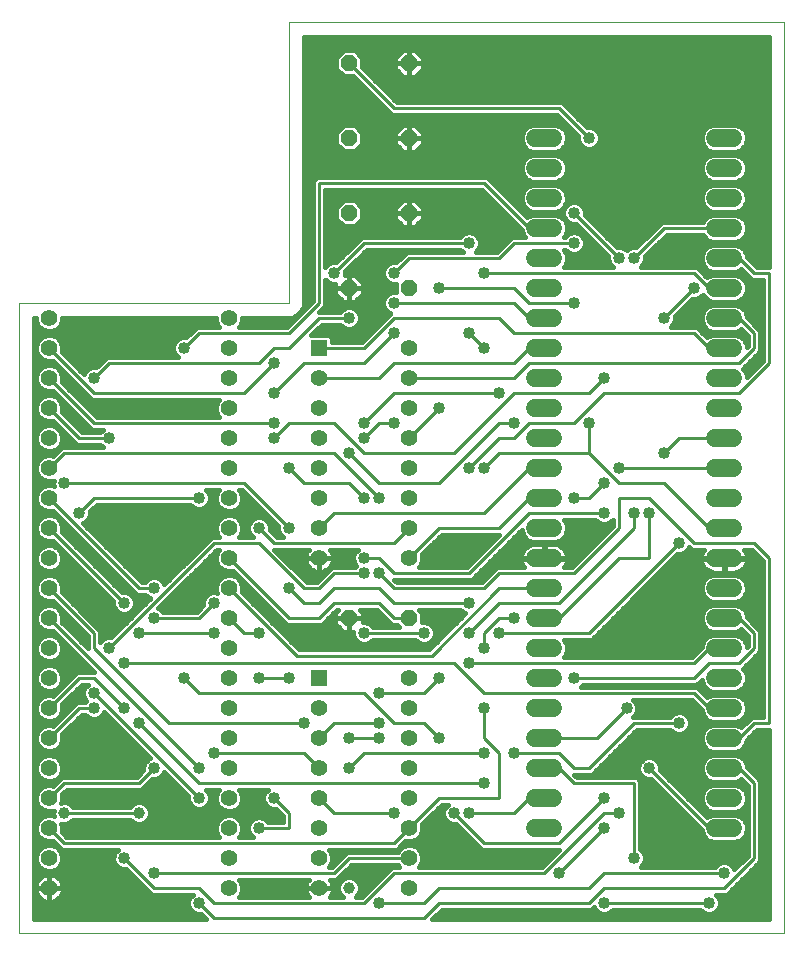
<source format=gbl>
G75*
%MOIN*%
%OFA0B0*%
%FSLAX24Y24*%
%IPPOS*%
%LPD*%
%AMOC8*
5,1,8,0,0,1.08239X$1,22.5*
%
%ADD10C,0.0000*%
%ADD11C,0.0554*%
%ADD12C,0.0594*%
%ADD13R,0.0554X0.0554*%
%ADD14OC8,0.0554*%
%ADD15C,0.0100*%
%ADD16C,0.0400*%
%ADD17C,0.0396*%
%ADD18C,0.0160*%
D10*
X000180Y000180D02*
X000180Y021180D01*
X009180Y021180D01*
X009180Y030550D01*
X025672Y030550D01*
X025672Y000180D01*
X000180Y000180D01*
D11*
X001180Y001680D03*
X001180Y002680D03*
X001180Y003680D03*
X001180Y004680D03*
X001180Y005680D03*
X001180Y006680D03*
X001180Y007680D03*
X001180Y008680D03*
X001180Y009680D03*
X001180Y010680D03*
X001180Y011680D03*
X001180Y012680D03*
X001180Y013680D03*
X001180Y014680D03*
X001180Y015680D03*
X001180Y016680D03*
X001180Y017680D03*
X001180Y018680D03*
X001180Y019680D03*
X001180Y020680D03*
X007180Y020680D03*
X007180Y019680D03*
X007180Y018680D03*
X007180Y017680D03*
X007180Y016680D03*
X007180Y015680D03*
X007180Y014680D03*
X007180Y013680D03*
X007180Y012680D03*
X007180Y011680D03*
X007180Y010680D03*
X007180Y009680D03*
X007180Y008680D03*
X007180Y007680D03*
X007180Y006680D03*
X007180Y005680D03*
X007180Y004680D03*
X007180Y003680D03*
X007180Y002680D03*
X007180Y001680D03*
X010180Y001680D03*
X010180Y002680D03*
X010180Y003680D03*
X010180Y004680D03*
X010180Y005680D03*
X010180Y006680D03*
X010180Y007680D03*
X013180Y007680D03*
X013180Y006680D03*
X013180Y005680D03*
X013180Y004680D03*
X013180Y003680D03*
X013180Y002680D03*
X013180Y001680D03*
X013180Y008680D03*
X013180Y012680D03*
X013180Y013680D03*
X013180Y014680D03*
X013180Y015680D03*
X013180Y016680D03*
X013180Y017680D03*
X013180Y018680D03*
X013180Y019680D03*
X010180Y018680D03*
X010180Y017680D03*
X010180Y016680D03*
X010180Y015680D03*
X010180Y014680D03*
X010180Y013680D03*
X010180Y012680D03*
D12*
X017383Y012680D02*
X017977Y012680D01*
X017977Y013680D02*
X017383Y013680D01*
X017383Y014680D02*
X017977Y014680D01*
X017977Y015680D02*
X017383Y015680D01*
X017383Y016680D02*
X017977Y016680D01*
X017977Y017680D02*
X017383Y017680D01*
X017383Y018680D02*
X017977Y018680D01*
X017977Y019680D02*
X017383Y019680D01*
X017383Y020680D02*
X017977Y020680D01*
X017977Y021680D02*
X017383Y021680D01*
X017383Y022680D02*
X017977Y022680D01*
X017977Y023680D02*
X017383Y023680D01*
X017383Y024680D02*
X017977Y024680D01*
X017977Y025680D02*
X017383Y025680D01*
X017383Y026680D02*
X017977Y026680D01*
X023383Y026680D02*
X023977Y026680D01*
X023977Y025680D02*
X023383Y025680D01*
X023383Y024680D02*
X023977Y024680D01*
X023977Y023680D02*
X023383Y023680D01*
X023383Y022680D02*
X023977Y022680D01*
X023977Y021680D02*
X023383Y021680D01*
X023383Y020680D02*
X023977Y020680D01*
X023977Y019680D02*
X023383Y019680D01*
X023383Y018680D02*
X023977Y018680D01*
X023977Y017680D02*
X023383Y017680D01*
X023383Y016680D02*
X023977Y016680D01*
X023977Y015680D02*
X023383Y015680D01*
X023383Y014680D02*
X023977Y014680D01*
X023977Y013680D02*
X023383Y013680D01*
X023383Y012680D02*
X023977Y012680D01*
X023977Y011680D02*
X023383Y011680D01*
X023383Y010680D02*
X023977Y010680D01*
X023977Y009680D02*
X023383Y009680D01*
X023383Y008680D02*
X023977Y008680D01*
X023977Y007680D02*
X023383Y007680D01*
X023383Y006680D02*
X023977Y006680D01*
X023977Y005680D02*
X023383Y005680D01*
X023383Y004680D02*
X023977Y004680D01*
X023977Y003680D02*
X023383Y003680D01*
X017977Y003680D02*
X017383Y003680D01*
X017383Y004680D02*
X017977Y004680D01*
X017977Y005680D02*
X017383Y005680D01*
X017383Y006680D02*
X017977Y006680D01*
X017977Y007680D02*
X017383Y007680D01*
X017383Y008680D02*
X017977Y008680D01*
X017977Y009680D02*
X017383Y009680D01*
X017383Y010680D02*
X017977Y010680D01*
X017977Y011680D02*
X017383Y011680D01*
D13*
X010180Y008680D03*
X010180Y019680D03*
D14*
X011180Y021680D03*
X013180Y021680D03*
X013180Y024180D03*
X011180Y024180D03*
X011180Y026680D03*
X013180Y026680D03*
X013180Y029180D03*
X011180Y029180D03*
X011180Y010680D03*
X013180Y010680D03*
D15*
X012680Y010680D01*
X012180Y011180D01*
X010680Y011180D01*
X010180Y010680D01*
X009180Y010680D01*
X007180Y012680D01*
X006680Y013180D02*
X008180Y013180D01*
X009680Y011680D01*
X010180Y011680D01*
X010680Y012180D01*
X011680Y012180D01*
X011680Y012680D02*
X012180Y012680D01*
X012680Y012180D01*
X015180Y012180D01*
X017180Y014180D01*
X019680Y014180D01*
X019180Y014680D02*
X018680Y014680D01*
X019180Y014680D02*
X019680Y015180D01*
X020180Y015180D02*
X021680Y015180D01*
X023180Y013680D01*
X023680Y013680D01*
X024680Y013180D02*
X022680Y013180D01*
X021180Y014680D01*
X020180Y014680D01*
X020180Y013680D01*
X018680Y012180D01*
X016180Y012180D01*
X015680Y011680D01*
X012680Y011680D01*
X012180Y012180D01*
X012180Y011680D02*
X012680Y011180D01*
X015180Y011180D01*
X016180Y011180D02*
X015180Y010180D01*
X015680Y010180D02*
X015680Y009680D01*
X015680Y010180D02*
X016180Y010680D01*
X016680Y010680D01*
X016180Y010180D02*
X019180Y010180D01*
X022180Y013180D01*
X021180Y012680D02*
X020180Y012680D01*
X018180Y010680D01*
X017680Y010680D01*
X018180Y011180D02*
X020680Y013680D01*
X020680Y014180D01*
X021180Y014180D02*
X021180Y012680D01*
X020180Y015180D02*
X019180Y016180D01*
X019180Y017180D01*
X018680Y017180D02*
X019680Y018180D01*
X024180Y018180D01*
X025180Y019180D01*
X025180Y022180D01*
X024680Y022180D01*
X024180Y022680D01*
X023680Y022680D01*
X023680Y021680D02*
X023180Y021680D01*
X022680Y022180D01*
X015680Y022180D01*
X016180Y022680D02*
X016680Y023180D01*
X018680Y023180D01*
X018680Y024180D02*
X020180Y022680D01*
X020680Y022680D02*
X021680Y023680D01*
X023680Y023680D01*
X022680Y021680D02*
X021680Y020680D01*
X022680Y020180D02*
X023180Y019680D01*
X023680Y019680D01*
X024180Y019180D02*
X024680Y019680D01*
X024680Y020180D01*
X024180Y020680D01*
X023680Y020680D01*
X022680Y020180D02*
X016680Y020180D01*
X016180Y020680D01*
X012680Y020680D01*
X011680Y019680D01*
X010180Y019680D01*
X009680Y019180D02*
X011680Y019180D01*
X012680Y020180D01*
X012680Y019180D02*
X016680Y019180D01*
X017180Y019680D01*
X017680Y019680D01*
X017180Y019180D02*
X024180Y019180D01*
X023680Y016680D02*
X022180Y016680D01*
X021680Y016180D01*
X020180Y015680D02*
X023680Y015680D01*
X024680Y013180D02*
X025180Y012680D01*
X025180Y007180D01*
X024680Y007180D01*
X024180Y006680D01*
X023680Y006680D01*
X023680Y007680D02*
X023180Y007680D01*
X022680Y008180D01*
X015680Y008180D01*
X014680Y009180D01*
X003680Y009180D01*
X003180Y009680D02*
X006680Y013180D01*
X006180Y014680D02*
X002680Y014680D01*
X002180Y014180D01*
X001680Y015180D02*
X007680Y015180D01*
X009180Y013680D01*
X008680Y013180D02*
X008180Y013680D01*
X008680Y013180D02*
X012680Y013180D01*
X013180Y013680D01*
X014180Y013680D02*
X013180Y012680D01*
X012180Y011680D02*
X010680Y011680D01*
X010180Y011180D01*
X009680Y011180D01*
X009180Y011680D01*
X008180Y010180D02*
X007680Y010180D01*
X007180Y010680D01*
X006680Y010180D02*
X004180Y010180D01*
X004680Y010680D02*
X006180Y010680D01*
X006680Y011180D01*
X007180Y011680D02*
X009430Y009430D01*
X013930Y009430D01*
X016180Y011680D01*
X017680Y011680D01*
X018180Y011180D02*
X016180Y011180D01*
X015180Y009180D02*
X022680Y009180D01*
X023180Y009680D01*
X023680Y009680D01*
X024180Y009180D02*
X023180Y009180D01*
X022680Y008680D01*
X018680Y008680D01*
X020430Y007680D02*
X019430Y006680D01*
X017680Y006680D01*
X018180Y006180D02*
X018680Y005680D01*
X019180Y005680D01*
X020680Y007180D01*
X022180Y007180D01*
X021180Y005680D02*
X023180Y003680D01*
X023680Y003680D01*
X024680Y002680D02*
X024680Y005180D01*
X024180Y005680D01*
X023680Y005680D01*
X024680Y002680D02*
X023680Y001680D01*
X019680Y001680D01*
X019180Y001180D01*
X014180Y001180D01*
X013680Y000680D01*
X006680Y000680D01*
X006180Y001180D01*
X006680Y001180D02*
X006180Y001680D01*
X004680Y001680D01*
X003680Y002680D01*
X004680Y002180D02*
X010680Y002180D01*
X011180Y002680D01*
X013180Y002680D01*
X012680Y002180D02*
X017680Y002180D01*
X019680Y004180D01*
X020180Y004180D01*
X019680Y003680D02*
X018180Y002180D01*
X018180Y003180D02*
X019680Y004680D01*
X018680Y005180D02*
X020680Y005180D01*
X020680Y002680D01*
X019680Y002180D02*
X023680Y002180D01*
X023180Y001180D02*
X019680Y001180D01*
X019180Y001680D02*
X019680Y002180D01*
X019180Y001680D02*
X014180Y001680D01*
X013680Y001180D01*
X012180Y001180D01*
X011680Y001180D02*
X012680Y002180D01*
X012680Y003180D02*
X013180Y003680D01*
X014180Y004680D01*
X016180Y004680D01*
X016180Y006180D01*
X015680Y006680D01*
X015680Y007680D01*
X015680Y006180D02*
X011680Y006180D01*
X011180Y005680D01*
X011180Y006680D02*
X012180Y006680D01*
X012180Y007180D02*
X010680Y007180D01*
X010180Y006680D01*
X009680Y007180D02*
X005180Y007180D01*
X002680Y009680D01*
X002680Y010180D01*
X001180Y011680D01*
X001180Y010680D02*
X006180Y005680D01*
X006180Y005180D02*
X015680Y005180D01*
X015180Y004180D02*
X016680Y004180D01*
X017180Y004680D01*
X017680Y004680D01*
X017680Y005680D02*
X018180Y005680D01*
X018680Y005180D01*
X018180Y006180D02*
X016680Y006180D01*
X014680Y004180D02*
X015680Y003180D01*
X018180Y003180D01*
X014180Y006680D02*
X013680Y007180D01*
X012680Y007180D01*
X011680Y008180D01*
X006180Y008180D01*
X005680Y008680D01*
X004180Y007180D02*
X006180Y005180D01*
X006180Y004680D02*
X002680Y008180D01*
X002680Y007680D02*
X002180Y007680D01*
X001180Y006680D01*
X001180Y007680D02*
X002180Y008680D01*
X002680Y008680D01*
X003680Y007680D01*
X004680Y005680D02*
X004180Y005180D01*
X001680Y005180D01*
X001180Y004680D01*
X001680Y004180D02*
X004180Y004180D01*
X006680Y006180D02*
X009680Y006180D01*
X010180Y005680D01*
X010180Y004680D02*
X010680Y004180D01*
X012680Y004180D01*
X012680Y003180D02*
X001680Y003180D01*
X001180Y003680D01*
X006680Y001180D02*
X011680Y001180D01*
X009180Y003680D02*
X009180Y004180D01*
X008680Y004680D01*
X008180Y003680D02*
X009180Y003680D01*
X012180Y008180D02*
X013680Y008180D01*
X014180Y008680D01*
X013680Y010180D02*
X011680Y010180D01*
X009180Y008680D02*
X008180Y008680D01*
X004680Y011680D02*
X004180Y011680D01*
X001180Y014680D01*
X001180Y013680D02*
X003680Y011180D01*
X001180Y015680D02*
X001680Y016180D01*
X010680Y016180D01*
X012180Y014680D01*
X012180Y015180D02*
X014180Y015180D01*
X016180Y017180D01*
X016680Y017180D01*
X017180Y017180D02*
X016680Y016680D01*
X016180Y016680D01*
X015180Y015680D01*
X015680Y015680D02*
X016180Y016180D01*
X019180Y016180D01*
X018680Y017180D02*
X017180Y017180D01*
X016680Y018180D02*
X019180Y018180D01*
X019680Y018680D01*
X018680Y021180D02*
X017180Y021180D01*
X016680Y021680D01*
X014180Y021680D01*
X013180Y022680D02*
X016180Y022680D01*
X015180Y023180D02*
X011680Y023180D01*
X010680Y022180D01*
X010180Y021180D02*
X010180Y025180D01*
X015680Y025180D01*
X017180Y023680D01*
X017680Y023680D01*
X016680Y021180D02*
X017180Y020680D01*
X017680Y020680D01*
X016680Y021180D02*
X012680Y021180D01*
X012680Y022180D02*
X013180Y022680D01*
X011180Y020680D02*
X010180Y020680D01*
X009180Y019680D01*
X008680Y019680D01*
X008180Y019180D01*
X003180Y019180D01*
X002680Y018680D01*
X002680Y018180D02*
X007680Y018180D01*
X008680Y019180D01*
X009180Y020180D02*
X010180Y021180D01*
X009180Y020180D02*
X006180Y020180D01*
X005680Y019680D01*
X003180Y016680D02*
X002180Y016680D01*
X001180Y017680D01*
X001180Y018680D02*
X002680Y017180D01*
X008680Y017180D01*
X009180Y017180D02*
X008680Y016680D01*
X009180Y017180D02*
X010680Y017180D01*
X011680Y016180D01*
X014680Y016180D01*
X016680Y018180D01*
X016680Y018680D02*
X017180Y019180D01*
X016680Y018680D02*
X013180Y018680D01*
X012680Y018180D02*
X016180Y018180D01*
X015680Y019680D02*
X015180Y020180D01*
X014180Y017680D02*
X013180Y016680D01*
X012680Y017180D02*
X012180Y017180D01*
X011680Y016680D01*
X011680Y017180D02*
X012680Y018180D01*
X012180Y018680D02*
X012680Y019180D01*
X012180Y018680D02*
X010180Y018680D01*
X009680Y019180D02*
X008680Y018180D01*
X009180Y015680D02*
X009680Y015180D01*
X011180Y015180D01*
X011680Y014680D01*
X012180Y015180D02*
X011180Y016180D01*
X010680Y014180D02*
X015680Y014180D01*
X017180Y015680D01*
X017680Y015680D01*
X017680Y014680D02*
X017180Y014680D01*
X016180Y013680D01*
X014180Y013680D01*
X010680Y014180D02*
X010180Y013680D01*
X002680Y018180D02*
X001180Y019680D01*
X011180Y029180D02*
X012680Y027680D01*
X018180Y027680D01*
X019180Y026680D01*
X023680Y010680D02*
X024180Y010680D01*
X024680Y010180D01*
X024680Y009680D01*
X024180Y009180D01*
D16*
X022180Y007180D03*
X021180Y005680D03*
X020180Y004180D03*
X019680Y003680D03*
X020680Y002680D03*
X019680Y001180D03*
X018180Y002180D03*
X019680Y004680D03*
X020430Y007680D03*
X018680Y008680D03*
X016680Y010680D03*
X016180Y010180D03*
X015680Y009680D03*
X015180Y009180D03*
X015180Y010180D03*
X015180Y011180D03*
X013680Y010180D03*
X014180Y008680D03*
X015680Y007680D03*
X015680Y006180D03*
X015680Y005180D03*
X015180Y004180D03*
X014680Y004180D03*
X012680Y004180D03*
X011180Y005680D03*
X011180Y006680D03*
X012180Y006680D03*
X012180Y007180D03*
X012180Y008180D03*
X011680Y010180D03*
X011680Y012180D03*
X011680Y012680D03*
X012180Y012180D03*
X012180Y014680D03*
X011680Y014680D03*
X011180Y016180D03*
X011680Y016680D03*
X011680Y017180D03*
X012680Y017180D03*
X014180Y017680D03*
X015680Y019680D03*
X015180Y020180D03*
X014180Y021680D03*
X012680Y021180D03*
X012680Y020180D03*
X011180Y020680D03*
X010680Y022180D03*
X012680Y022180D03*
X015180Y023180D03*
X015680Y022180D03*
X018680Y021180D03*
X020180Y022680D03*
X020680Y022680D03*
X021680Y020680D03*
X022680Y021680D03*
X019680Y018680D03*
X019180Y017180D03*
X020180Y015680D03*
X019680Y015180D03*
X019680Y014180D03*
X020680Y014180D03*
X021180Y014180D03*
X022180Y013180D03*
X021680Y016180D03*
X018680Y014680D03*
X016680Y017180D03*
X016180Y018180D03*
X015680Y015680D03*
X015180Y015680D03*
X009180Y015680D03*
X008680Y016680D03*
X008680Y017180D03*
X008680Y018180D03*
X008680Y019180D03*
X005680Y019680D03*
X003180Y016680D03*
X002680Y018680D03*
X001680Y015180D03*
X002180Y014180D03*
X003680Y011180D03*
X004180Y010180D03*
X004680Y010680D03*
X004680Y011680D03*
X003180Y009680D03*
X003680Y009180D03*
X002680Y008180D03*
X002680Y007680D03*
X003680Y007680D03*
X004180Y007180D03*
X004680Y005680D03*
X006180Y005680D03*
X006680Y006180D03*
X006180Y004680D03*
X008180Y003680D03*
X008680Y004680D03*
X009680Y007180D03*
X009180Y008680D03*
X008180Y008680D03*
X008180Y010180D03*
X009180Y011680D03*
X009180Y013680D03*
X008180Y013680D03*
X006180Y014680D03*
X006680Y011180D03*
X006680Y010180D03*
X005680Y008680D03*
X003680Y002680D03*
X004680Y002180D03*
X006180Y001180D03*
X012180Y001180D03*
X016680Y006180D03*
X014180Y006680D03*
X023180Y001180D03*
X023680Y002180D03*
X018680Y023180D03*
X018680Y024180D03*
X019180Y026680D03*
D17*
X021430Y026930D03*
X024180Y029180D03*
X015180Y029180D03*
X015180Y026180D03*
X015180Y024180D03*
X019430Y013430D03*
X019930Y009930D03*
X016430Y012680D03*
X015430Y013180D03*
X014180Y012680D03*
X014180Y010680D03*
X008680Y010680D03*
X005680Y011680D03*
X005680Y013180D03*
X004680Y013430D03*
X003680Y013680D03*
X003930Y017680D03*
X002180Y019930D03*
X002430Y006180D03*
X003430Y004680D03*
X004180Y004180D03*
X005930Y003680D03*
X008430Y001680D03*
X011180Y001680D03*
X014430Y002930D03*
X022180Y003180D03*
X022430Y005430D03*
X024180Y001180D03*
X024680Y011180D03*
X002680Y002680D03*
X002680Y001680D03*
X001680Y004180D03*
D18*
X001823Y004509D02*
X004037Y004509D01*
X003977Y004484D02*
X003884Y004390D01*
X001976Y004390D01*
X001883Y004484D01*
X001751Y004538D01*
X001609Y004538D01*
X001591Y004531D01*
X001617Y004593D01*
X001617Y004767D01*
X001602Y004805D01*
X001767Y004970D01*
X004267Y004970D01*
X004390Y005093D01*
X004617Y005320D01*
X004752Y005320D01*
X004884Y005375D01*
X004985Y005476D01*
X005015Y005548D01*
X005820Y004743D01*
X005820Y004608D01*
X005875Y004476D01*
X005976Y004375D01*
X006108Y004320D01*
X006252Y004320D01*
X006384Y004375D01*
X006485Y004476D01*
X006540Y004608D01*
X006540Y004752D01*
X006485Y004884D01*
X006399Y004970D01*
X006852Y004970D01*
X006809Y004928D01*
X006743Y004767D01*
X006743Y004593D01*
X006809Y004432D01*
X006932Y004309D01*
X007093Y004243D01*
X007267Y004243D01*
X007428Y004309D01*
X007551Y004432D01*
X007617Y004593D01*
X007617Y004767D01*
X007551Y004928D01*
X007508Y004970D01*
X008461Y004970D01*
X008375Y004884D01*
X008320Y004752D01*
X008320Y004608D01*
X008375Y004476D01*
X008476Y004375D01*
X008608Y004320D01*
X008743Y004320D01*
X008970Y004093D01*
X008970Y003890D01*
X008479Y003890D01*
X008384Y003985D01*
X008252Y004040D01*
X008108Y004040D01*
X007976Y003985D01*
X007875Y003884D01*
X007820Y003752D01*
X007820Y003608D01*
X007875Y003476D01*
X007961Y003390D01*
X007508Y003390D01*
X007551Y003432D01*
X007617Y003593D01*
X007617Y003767D01*
X007551Y003928D01*
X007428Y004051D01*
X007267Y004117D01*
X007093Y004117D01*
X006932Y004051D01*
X006809Y003928D01*
X006743Y003767D01*
X006743Y003593D01*
X006809Y003432D01*
X006852Y003390D01*
X001767Y003390D01*
X001602Y003555D01*
X001617Y003593D01*
X001617Y003767D01*
X001591Y003829D01*
X001609Y003822D01*
X001751Y003822D01*
X001883Y003876D01*
X001976Y003970D01*
X003884Y003970D01*
X003977Y003876D01*
X004109Y003822D01*
X004251Y003822D01*
X004383Y003876D01*
X004484Y003977D01*
X004538Y004109D01*
X004538Y004251D01*
X004484Y004383D01*
X004383Y004484D01*
X004251Y004538D01*
X004109Y004538D01*
X003977Y004484D01*
X004323Y004509D02*
X005861Y004509D01*
X005820Y004667D02*
X001617Y004667D01*
X001622Y004826D02*
X005738Y004826D01*
X005579Y004984D02*
X004281Y004984D01*
X004439Y005143D02*
X005421Y005143D01*
X005262Y005301D02*
X004598Y005301D01*
X004320Y005617D02*
X004093Y005390D01*
X001593Y005390D01*
X001305Y005102D01*
X001267Y005117D01*
X001093Y005117D01*
X000932Y005051D01*
X000809Y004928D01*
X000743Y004767D01*
X000743Y004593D01*
X000809Y004432D01*
X000932Y004309D01*
X001093Y004243D01*
X001267Y004243D01*
X001329Y004269D01*
X001322Y004251D01*
X001322Y004109D01*
X001329Y004091D01*
X001267Y004117D01*
X001093Y004117D01*
X000932Y004051D01*
X000809Y003928D01*
X000743Y003767D01*
X000743Y003593D01*
X000809Y003432D01*
X000932Y003309D01*
X001093Y003243D01*
X001267Y003243D01*
X001305Y003258D01*
X001470Y003093D01*
X001593Y002970D01*
X003461Y002970D01*
X003375Y002884D01*
X003320Y002752D01*
X003320Y002608D01*
X003375Y002476D01*
X003476Y002375D01*
X003608Y002320D01*
X003743Y002320D01*
X004470Y001593D01*
X004593Y001470D01*
X005961Y001470D01*
X005875Y001384D01*
X005820Y001252D01*
X005820Y001108D01*
X005875Y000976D01*
X005976Y000875D01*
X006108Y000820D01*
X006243Y000820D01*
X006403Y000660D01*
X000660Y000660D01*
X000660Y020700D01*
X000743Y020700D01*
X000743Y020593D01*
X000809Y020432D01*
X000932Y020309D01*
X001093Y020243D01*
X001267Y020243D01*
X001428Y020309D01*
X001551Y020432D01*
X001617Y020593D01*
X001617Y020700D01*
X006743Y020700D01*
X006743Y020593D01*
X006809Y020432D01*
X006852Y020390D01*
X006093Y020390D01*
X005970Y020267D01*
X005743Y020040D01*
X005608Y020040D01*
X005476Y019985D01*
X005375Y019884D01*
X005320Y019752D01*
X005320Y019608D01*
X005375Y019476D01*
X005461Y019390D01*
X003093Y019390D01*
X002970Y019267D01*
X002743Y019040D01*
X002608Y019040D01*
X002476Y018985D01*
X002375Y018884D01*
X002345Y018812D01*
X001602Y019555D01*
X001617Y019593D01*
X001617Y019767D01*
X001551Y019928D01*
X001428Y020051D01*
X001267Y020117D01*
X001093Y020117D01*
X000932Y020051D01*
X000809Y019928D01*
X000743Y019767D01*
X000743Y019593D01*
X000809Y019432D01*
X000932Y019309D01*
X001093Y019243D01*
X001267Y019243D01*
X001305Y019258D01*
X002470Y018093D01*
X002593Y017970D01*
X006852Y017970D01*
X006809Y017928D01*
X006743Y017767D01*
X006743Y017593D01*
X006809Y017432D01*
X006852Y017390D01*
X002767Y017390D01*
X001602Y018555D01*
X001617Y018593D01*
X001617Y018767D01*
X001551Y018928D01*
X001428Y019051D01*
X001267Y019117D01*
X001093Y019117D01*
X000932Y019051D01*
X000809Y018928D01*
X000743Y018767D01*
X000743Y018593D01*
X000809Y018432D01*
X000932Y018309D01*
X001093Y018243D01*
X001267Y018243D01*
X001305Y018258D01*
X002470Y017093D01*
X002593Y016970D01*
X002961Y016970D01*
X002881Y016890D01*
X002267Y016890D01*
X001602Y017555D01*
X001617Y017593D01*
X001617Y017767D01*
X001551Y017928D01*
X001428Y018051D01*
X001267Y018117D01*
X001093Y018117D01*
X000932Y018051D01*
X000809Y017928D01*
X000743Y017767D01*
X000743Y017593D01*
X000809Y017432D01*
X000932Y017309D01*
X001093Y017243D01*
X001267Y017243D01*
X001305Y017258D01*
X001970Y016593D01*
X002093Y016470D01*
X002881Y016470D01*
X002961Y016390D01*
X001593Y016390D01*
X001470Y016267D01*
X001305Y016102D01*
X001267Y016117D01*
X001093Y016117D01*
X000932Y016051D01*
X000809Y015928D01*
X000743Y015767D01*
X000743Y015593D01*
X000809Y015432D01*
X000932Y015309D01*
X001093Y015243D01*
X001267Y015243D01*
X001327Y015268D01*
X001320Y015252D01*
X001320Y015108D01*
X001327Y015092D01*
X001267Y015117D01*
X001093Y015117D01*
X000932Y015051D01*
X000809Y014928D01*
X000743Y014767D01*
X000743Y014593D01*
X000809Y014432D01*
X000932Y014309D01*
X001093Y014243D01*
X001267Y014243D01*
X001305Y014258D01*
X004093Y011470D01*
X004381Y011470D01*
X004476Y011375D01*
X004548Y011345D01*
X003243Y010040D01*
X003108Y010040D01*
X002976Y009985D01*
X002890Y009899D01*
X002890Y010267D01*
X001602Y011555D01*
X001617Y011593D01*
X001617Y011767D01*
X001551Y011928D01*
X001428Y012051D01*
X001267Y012117D01*
X001093Y012117D01*
X000932Y012051D01*
X000809Y011928D01*
X000743Y011767D01*
X000743Y011593D01*
X000809Y011432D01*
X000932Y011309D01*
X001093Y011243D01*
X001267Y011243D01*
X001305Y011258D01*
X002470Y010093D01*
X002470Y009687D01*
X001602Y010555D01*
X001617Y010593D01*
X001617Y010767D01*
X001551Y010928D01*
X001428Y011051D01*
X001267Y011117D01*
X001093Y011117D01*
X000932Y011051D01*
X000809Y010928D01*
X000743Y010767D01*
X000743Y010593D01*
X000809Y010432D01*
X000932Y010309D01*
X001093Y010243D01*
X001267Y010243D01*
X001305Y010258D01*
X002673Y008890D01*
X002093Y008890D01*
X001970Y008767D01*
X001305Y008102D01*
X001267Y008117D01*
X001093Y008117D01*
X000932Y008051D01*
X000809Y007928D01*
X000743Y007767D01*
X000743Y007593D01*
X000809Y007432D01*
X000932Y007309D01*
X001093Y007243D01*
X001267Y007243D01*
X001428Y007309D01*
X001551Y007432D01*
X001617Y007593D01*
X001617Y007767D01*
X001602Y007805D01*
X002267Y008470D01*
X002461Y008470D01*
X002375Y008384D01*
X002320Y008252D01*
X002320Y008108D01*
X002375Y007976D01*
X002421Y007930D01*
X002381Y007890D01*
X002093Y007890D01*
X001970Y007767D01*
X001305Y007102D01*
X001267Y007117D01*
X001093Y007117D01*
X000932Y007051D01*
X000809Y006928D01*
X000743Y006767D01*
X000743Y006593D01*
X000809Y006432D01*
X000932Y006309D01*
X001093Y006243D01*
X001267Y006243D01*
X001428Y006309D01*
X001551Y006432D01*
X001617Y006593D01*
X001617Y006767D01*
X001602Y006805D01*
X002267Y007470D01*
X002381Y007470D01*
X002476Y007375D01*
X002608Y007320D01*
X002752Y007320D01*
X002884Y007375D01*
X002985Y007476D01*
X003015Y007548D01*
X004548Y006015D01*
X004476Y005985D01*
X004375Y005884D01*
X004320Y005752D01*
X004320Y005617D01*
X004320Y005618D02*
X001617Y005618D01*
X001617Y005593D02*
X001551Y005432D01*
X001428Y005309D01*
X001267Y005243D01*
X001093Y005243D01*
X000932Y005309D01*
X000809Y005432D01*
X000743Y005593D01*
X000743Y005767D01*
X000809Y005928D01*
X000932Y006051D01*
X001093Y006117D01*
X001267Y006117D01*
X001428Y006051D01*
X001551Y005928D01*
X001617Y005767D01*
X001617Y005593D01*
X001562Y005460D02*
X004163Y005460D01*
X004330Y005777D02*
X001613Y005777D01*
X001543Y005935D02*
X004426Y005935D01*
X004470Y006094D02*
X001324Y006094D01*
X001289Y006252D02*
X004311Y006252D01*
X004153Y006411D02*
X001529Y006411D01*
X001607Y006569D02*
X003994Y006569D01*
X003836Y006728D02*
X001617Y006728D01*
X001683Y006886D02*
X003677Y006886D01*
X003519Y007045D02*
X001841Y007045D01*
X002000Y007203D02*
X003360Y007203D01*
X003202Y007362D02*
X002852Y007362D01*
X003003Y007520D02*
X003043Y007520D01*
X002508Y007362D02*
X002158Y007362D01*
X001882Y007679D02*
X001617Y007679D01*
X001634Y007837D02*
X002040Y007837D01*
X001792Y007996D02*
X002367Y007996D01*
X002320Y008154D02*
X001951Y008154D01*
X002109Y008313D02*
X002345Y008313D01*
X001991Y008788D02*
X001608Y008788D01*
X001617Y008767D02*
X001551Y008928D01*
X001428Y009051D01*
X001267Y009117D01*
X001093Y009117D01*
X000932Y009051D01*
X000809Y008928D01*
X000743Y008767D01*
X000743Y008593D01*
X000809Y008432D01*
X000932Y008309D01*
X001093Y008243D01*
X001267Y008243D01*
X001428Y008309D01*
X001551Y008432D01*
X001617Y008593D01*
X001617Y008767D01*
X001617Y008630D02*
X001833Y008630D01*
X001674Y008471D02*
X001567Y008471D01*
X001516Y008313D02*
X001431Y008313D01*
X001357Y008154D02*
X000660Y008154D01*
X000660Y007996D02*
X000877Y007996D01*
X000772Y007837D02*
X000660Y007837D01*
X000660Y007679D02*
X000743Y007679D01*
X000773Y007520D02*
X000660Y007520D01*
X000660Y007362D02*
X000880Y007362D01*
X000660Y007203D02*
X001406Y007203D01*
X001480Y007362D02*
X001565Y007362D01*
X001587Y007520D02*
X001723Y007520D01*
X000926Y007045D02*
X000660Y007045D01*
X000660Y006886D02*
X000792Y006886D01*
X000743Y006728D02*
X000660Y006728D01*
X000660Y006569D02*
X000753Y006569D01*
X000831Y006411D02*
X000660Y006411D01*
X000660Y006252D02*
X001071Y006252D01*
X001036Y006094D02*
X000660Y006094D01*
X000660Y005935D02*
X000817Y005935D01*
X000747Y005777D02*
X000660Y005777D01*
X000660Y005618D02*
X000743Y005618D01*
X000798Y005460D02*
X000660Y005460D01*
X000660Y005301D02*
X000953Y005301D01*
X000866Y004984D02*
X000660Y004984D01*
X000660Y004826D02*
X000767Y004826D01*
X000743Y004667D02*
X000660Y004667D01*
X000660Y004509D02*
X000778Y004509D01*
X000892Y004350D02*
X000660Y004350D01*
X000660Y004192D02*
X001322Y004192D01*
X001617Y003716D02*
X006743Y003716D01*
X006758Y003558D02*
X001602Y003558D01*
X001758Y003399D02*
X006843Y003399D01*
X006787Y003875D02*
X004378Y003875D01*
X004507Y004033D02*
X006915Y004033D01*
X006892Y004350D02*
X006324Y004350D01*
X006499Y004509D02*
X006778Y004509D01*
X006743Y004667D02*
X006540Y004667D01*
X006509Y004826D02*
X006767Y004826D01*
X007468Y004350D02*
X008536Y004350D01*
X008361Y004509D02*
X007582Y004509D01*
X007617Y004667D02*
X008320Y004667D01*
X008351Y004826D02*
X007593Y004826D01*
X007445Y004033D02*
X008092Y004033D01*
X008268Y004033D02*
X008970Y004033D01*
X008872Y004192D02*
X004538Y004192D01*
X004497Y004350D02*
X006036Y004350D01*
X005104Y005460D02*
X004969Y005460D01*
X003982Y003875D02*
X001878Y003875D01*
X001323Y003241D02*
X000660Y003241D01*
X000660Y003399D02*
X000843Y003399D01*
X000758Y003558D02*
X000660Y003558D01*
X000660Y003716D02*
X000743Y003716D01*
X000787Y003875D02*
X000660Y003875D01*
X000660Y004033D02*
X000915Y004033D01*
X001093Y003117D02*
X000932Y003051D01*
X000809Y002928D01*
X000743Y002767D01*
X000743Y002593D01*
X000809Y002432D01*
X000932Y002309D01*
X001093Y002243D01*
X001267Y002243D01*
X001428Y002309D01*
X001551Y002432D01*
X001617Y002593D01*
X001617Y002767D01*
X001551Y002928D01*
X001428Y003051D01*
X001267Y003117D01*
X001093Y003117D01*
X001008Y003082D02*
X000660Y003082D01*
X000660Y002924D02*
X000808Y002924D01*
X000743Y002765D02*
X000660Y002765D01*
X000660Y002607D02*
X000743Y002607D01*
X000803Y002448D02*
X000660Y002448D01*
X000660Y002290D02*
X000980Y002290D01*
X001005Y002104D02*
X000940Y002071D01*
X000882Y002029D01*
X000831Y001978D01*
X000789Y001920D01*
X000756Y001855D01*
X000734Y001787D01*
X000723Y001716D01*
X000723Y001689D01*
X001171Y001689D01*
X001171Y002137D01*
X001144Y002137D01*
X001073Y002126D01*
X001005Y002104D01*
X001105Y002131D02*
X000660Y002131D01*
X000660Y001973D02*
X000827Y001973D01*
X000743Y001814D02*
X000660Y001814D01*
X000723Y001671D02*
X000723Y001644D01*
X000734Y001573D01*
X000756Y001505D01*
X000789Y001440D01*
X000831Y001382D01*
X000882Y001331D01*
X000940Y001289D01*
X001005Y001256D01*
X001073Y001234D01*
X001144Y001223D01*
X001171Y001223D01*
X001171Y001671D01*
X001189Y001671D01*
X001189Y001689D01*
X001637Y001689D01*
X001637Y001716D01*
X001626Y001787D01*
X001604Y001855D01*
X001571Y001920D01*
X001529Y001978D01*
X001478Y002029D01*
X001420Y002071D01*
X001355Y002104D01*
X001287Y002126D01*
X001216Y002137D01*
X001189Y002137D01*
X001189Y001689D01*
X001171Y001689D01*
X001171Y001671D01*
X000723Y001671D01*
X000723Y001656D02*
X000660Y001656D01*
X000660Y001497D02*
X000760Y001497D01*
X000660Y001339D02*
X000875Y001339D01*
X000660Y001180D02*
X005820Y001180D01*
X005856Y001021D02*
X000660Y001021D01*
X000660Y000863D02*
X006005Y000863D01*
X006359Y000704D02*
X000660Y000704D01*
X001189Y001223D02*
X001216Y001223D01*
X001287Y001234D01*
X001355Y001256D01*
X001420Y001289D01*
X001478Y001331D01*
X001529Y001382D01*
X001571Y001440D01*
X001604Y001505D01*
X001626Y001573D01*
X001637Y001644D01*
X001637Y001671D01*
X001189Y001671D01*
X001189Y001223D01*
X001189Y001339D02*
X001171Y001339D01*
X001171Y001497D02*
X001189Y001497D01*
X001189Y001656D02*
X001171Y001656D01*
X001171Y001814D02*
X001189Y001814D01*
X001189Y001973D02*
X001171Y001973D01*
X001171Y002131D02*
X001189Y002131D01*
X001255Y002131D02*
X003932Y002131D01*
X003774Y002290D02*
X001380Y002290D01*
X001557Y002448D02*
X003403Y002448D01*
X003321Y002607D02*
X001617Y002607D01*
X001617Y002765D02*
X003326Y002765D01*
X003414Y002924D02*
X001552Y002924D01*
X001481Y003082D02*
X001352Y003082D01*
X001533Y001973D02*
X004091Y001973D01*
X004249Y001814D02*
X001617Y001814D01*
X001637Y001656D02*
X004408Y001656D01*
X004566Y001497D02*
X001600Y001497D01*
X001485Y001339D02*
X005856Y001339D01*
X007508Y001390D02*
X007551Y001432D01*
X007617Y001593D01*
X007617Y001767D01*
X007551Y001928D01*
X007508Y001970D01*
X009826Y001970D01*
X009789Y001920D01*
X009756Y001855D01*
X009734Y001787D01*
X009723Y001716D01*
X009723Y001689D01*
X010171Y001689D01*
X010171Y001671D01*
X009723Y001671D01*
X009723Y001644D01*
X009734Y001573D01*
X009756Y001505D01*
X009789Y001440D01*
X009826Y001390D01*
X007508Y001390D01*
X007577Y001497D02*
X009760Y001497D01*
X009723Y001656D02*
X007617Y001656D01*
X007598Y001814D02*
X009743Y001814D01*
X010189Y001689D02*
X010637Y001689D01*
X010637Y001716D01*
X010626Y001787D01*
X010604Y001855D01*
X010571Y001920D01*
X010534Y001970D01*
X010767Y001970D01*
X010890Y002093D01*
X011267Y002470D01*
X012794Y002470D01*
X012809Y002432D01*
X012852Y002390D01*
X012593Y002390D01*
X012470Y002267D01*
X011593Y001390D01*
X011396Y001390D01*
X011484Y001477D01*
X011538Y001609D01*
X011538Y001751D01*
X011484Y001883D01*
X011383Y001984D01*
X011251Y002038D01*
X011109Y002038D01*
X010977Y001984D01*
X010876Y001883D01*
X010822Y001751D01*
X010822Y001609D01*
X010876Y001477D01*
X010964Y001390D01*
X010534Y001390D01*
X010571Y001440D01*
X010604Y001505D01*
X010626Y001573D01*
X010637Y001644D01*
X010637Y001671D01*
X010189Y001671D01*
X010189Y001689D01*
X010600Y001497D02*
X010868Y001497D01*
X010822Y001656D02*
X010637Y001656D01*
X010617Y001814D02*
X010848Y001814D01*
X010769Y001973D02*
X010966Y001973D01*
X010928Y002131D02*
X012334Y002131D01*
X012176Y001973D02*
X011394Y001973D01*
X011512Y001814D02*
X012017Y001814D01*
X011859Y001656D02*
X011538Y001656D01*
X011492Y001497D02*
X011700Y001497D01*
X011086Y002290D02*
X012493Y002290D01*
X012803Y002448D02*
X011245Y002448D01*
X010968Y002765D02*
X010617Y002765D01*
X010617Y002767D02*
X010551Y002928D01*
X010508Y002970D01*
X012767Y002970D01*
X013055Y003258D01*
X013093Y003243D01*
X013267Y003243D01*
X013428Y003309D01*
X013551Y003432D01*
X013617Y003593D01*
X013617Y003767D01*
X013602Y003805D01*
X014267Y004470D01*
X014461Y004470D01*
X014375Y004384D01*
X014320Y004252D01*
X014320Y004108D01*
X014375Y003976D01*
X014476Y003875D01*
X014608Y003820D01*
X014743Y003820D01*
X015470Y003093D01*
X015593Y002970D01*
X018173Y002970D01*
X017593Y002390D01*
X013508Y002390D01*
X013551Y002432D01*
X013617Y002593D01*
X013617Y002767D01*
X013551Y002928D01*
X013428Y003051D01*
X013267Y003117D01*
X013093Y003117D01*
X012932Y003051D01*
X012809Y002928D01*
X012794Y002890D01*
X011093Y002890D01*
X010593Y002390D01*
X010508Y002390D01*
X010551Y002432D01*
X010617Y002593D01*
X010617Y002767D01*
X010617Y002607D02*
X010810Y002607D01*
X010651Y002448D02*
X010557Y002448D01*
X010552Y002924D02*
X012808Y002924D01*
X012879Y003082D02*
X013008Y003082D01*
X013037Y003241D02*
X015323Y003241D01*
X015164Y003399D02*
X013517Y003399D01*
X013602Y003558D02*
X015006Y003558D01*
X014847Y003716D02*
X013617Y003716D01*
X013671Y003875D02*
X014477Y003875D01*
X014351Y004033D02*
X013830Y004033D01*
X013988Y004192D02*
X014320Y004192D01*
X014361Y004350D02*
X014147Y004350D01*
X013352Y003082D02*
X015481Y003082D01*
X014267Y000970D02*
X019267Y000970D01*
X019345Y001048D01*
X019375Y000976D01*
X019476Y000875D01*
X019608Y000820D01*
X019752Y000820D01*
X019884Y000875D01*
X019979Y000970D01*
X022881Y000970D01*
X022976Y000875D01*
X023108Y000820D01*
X023252Y000820D01*
X023384Y000875D01*
X023485Y000976D01*
X023540Y001108D01*
X023540Y001252D01*
X023485Y001384D01*
X023399Y001470D01*
X023767Y001470D01*
X024767Y002470D01*
X024890Y002593D01*
X024890Y005267D01*
X024767Y005390D01*
X024767Y005390D01*
X024434Y005723D01*
X024434Y005771D01*
X024364Y005939D01*
X024236Y006067D01*
X024068Y006137D01*
X023292Y006137D01*
X023124Y006067D01*
X022996Y005939D01*
X022926Y005771D01*
X022926Y005589D01*
X022996Y005421D01*
X023124Y005293D01*
X023292Y005223D01*
X024068Y005223D01*
X024236Y005293D01*
X024253Y005310D01*
X024470Y005093D01*
X024470Y002767D01*
X024015Y002312D01*
X023985Y002384D01*
X023884Y002485D01*
X023752Y002540D01*
X023608Y002540D01*
X023476Y002485D01*
X023381Y002390D01*
X020899Y002390D01*
X020985Y002476D01*
X021040Y002608D01*
X021040Y002752D01*
X020985Y002884D01*
X020890Y002979D01*
X020890Y005267D01*
X020767Y005390D01*
X018767Y005390D01*
X018687Y005470D01*
X019267Y005470D01*
X020767Y006970D01*
X021881Y006970D01*
X021976Y006875D01*
X022108Y006820D01*
X022252Y006820D01*
X022384Y006875D01*
X022485Y006976D01*
X022540Y007108D01*
X022540Y007252D01*
X022485Y007384D01*
X022384Y007485D01*
X022252Y007540D01*
X022108Y007540D01*
X021976Y007485D01*
X021881Y007390D01*
X020649Y007390D01*
X020735Y007476D01*
X020790Y007608D01*
X020790Y007752D01*
X020735Y007884D01*
X020649Y007970D01*
X022593Y007970D01*
X022926Y007637D01*
X022926Y007589D01*
X022996Y007421D01*
X023124Y007293D01*
X023292Y007223D01*
X024068Y007223D01*
X024236Y007293D01*
X024364Y007421D01*
X024434Y007589D01*
X024434Y007771D01*
X024364Y007939D01*
X024236Y008067D01*
X024068Y008137D01*
X023292Y008137D01*
X023124Y008067D01*
X023107Y008050D01*
X022767Y008390D01*
X018899Y008390D01*
X018979Y008470D01*
X022767Y008470D01*
X022926Y008629D01*
X022926Y008589D01*
X022996Y008421D01*
X023124Y008293D01*
X023292Y008223D01*
X024068Y008223D01*
X024236Y008293D01*
X024364Y008421D01*
X024434Y008589D01*
X024434Y008771D01*
X024364Y008939D01*
X024300Y009003D01*
X024767Y009470D01*
X024890Y009593D01*
X024890Y010267D01*
X024434Y010723D01*
X024434Y010771D01*
X024364Y010939D01*
X024236Y011067D01*
X024068Y011137D01*
X023292Y011137D01*
X023124Y011067D01*
X022996Y010939D01*
X022926Y010771D01*
X022926Y010589D01*
X022996Y010421D01*
X023124Y010293D01*
X023292Y010223D01*
X024068Y010223D01*
X024236Y010293D01*
X024253Y010310D01*
X024470Y010093D01*
X024470Y009767D01*
X024434Y009731D01*
X024434Y009771D01*
X024364Y009939D01*
X024236Y010067D01*
X024068Y010137D01*
X023292Y010137D01*
X023124Y010067D01*
X022996Y009939D01*
X022926Y009771D01*
X022926Y009723D01*
X022593Y009390D01*
X018333Y009390D01*
X018364Y009421D01*
X018434Y009589D01*
X018434Y009771D01*
X018364Y009939D01*
X018333Y009970D01*
X019267Y009970D01*
X022117Y012820D01*
X022252Y012820D01*
X022384Y012875D01*
X022485Y012976D01*
X022515Y013048D01*
X022593Y012970D01*
X023004Y012970D01*
X022975Y012930D01*
X022941Y012863D01*
X022918Y012792D01*
X022906Y012718D01*
X022906Y012698D01*
X023662Y012698D01*
X023662Y012662D01*
X023698Y012662D01*
X023698Y012698D01*
X024454Y012698D01*
X024454Y012718D01*
X024442Y012792D01*
X024419Y012863D01*
X024385Y012930D01*
X024356Y012970D01*
X024593Y012970D01*
X024970Y012593D01*
X024970Y007390D01*
X024593Y007390D01*
X024253Y007050D01*
X024236Y007067D01*
X024068Y007137D01*
X023292Y007137D01*
X023124Y007067D01*
X022996Y006939D01*
X022926Y006771D01*
X022926Y006589D01*
X022996Y006421D01*
X023124Y006293D01*
X023292Y006223D01*
X024068Y006223D01*
X024236Y006293D01*
X024364Y006421D01*
X024434Y006589D01*
X024434Y006637D01*
X024767Y006970D01*
X025192Y006970D01*
X025192Y000660D01*
X013957Y000660D01*
X014267Y000970D01*
X014160Y000863D02*
X019505Y000863D01*
X019356Y001021D02*
X019318Y001021D01*
X019855Y000863D02*
X023005Y000863D01*
X023355Y000863D02*
X025192Y000863D01*
X025192Y000704D02*
X014001Y000704D01*
X013557Y002448D02*
X017651Y002448D01*
X017810Y002607D02*
X013617Y002607D01*
X013617Y002765D02*
X017968Y002765D01*
X018127Y002924D02*
X013552Y002924D01*
X018697Y005460D02*
X020891Y005460D01*
X020875Y005476D02*
X020976Y005375D01*
X021108Y005320D01*
X021243Y005320D01*
X022926Y003637D01*
X022926Y003589D01*
X022996Y003421D01*
X023124Y003293D01*
X023292Y003223D01*
X024068Y003223D01*
X024236Y003293D01*
X024364Y003421D01*
X024434Y003589D01*
X024434Y003771D01*
X024364Y003939D01*
X024236Y004067D01*
X024068Y004137D01*
X023292Y004137D01*
X023124Y004067D01*
X023107Y004050D01*
X021540Y005617D01*
X021540Y005752D01*
X021485Y005884D01*
X021384Y005985D01*
X021252Y006040D01*
X021108Y006040D01*
X020976Y005985D01*
X020875Y005884D01*
X020820Y005752D01*
X020820Y005608D01*
X020875Y005476D01*
X020820Y005618D02*
X019415Y005618D01*
X019573Y005777D02*
X020830Y005777D01*
X020926Y005935D02*
X019732Y005935D01*
X019890Y006094D02*
X023188Y006094D01*
X023223Y006252D02*
X020049Y006252D01*
X020207Y006411D02*
X023007Y006411D01*
X022935Y006569D02*
X020366Y006569D01*
X020524Y006728D02*
X022926Y006728D01*
X022974Y006886D02*
X022395Y006886D01*
X022514Y007045D02*
X023102Y007045D01*
X023056Y007362D02*
X022494Y007362D01*
X022540Y007203D02*
X024406Y007203D01*
X024304Y007362D02*
X024565Y007362D01*
X024405Y007520D02*
X024970Y007520D01*
X024970Y007679D02*
X024434Y007679D01*
X024406Y007837D02*
X024970Y007837D01*
X024970Y007996D02*
X024307Y007996D01*
X024255Y008313D02*
X024970Y008313D01*
X024970Y008471D02*
X024385Y008471D01*
X024434Y008630D02*
X024970Y008630D01*
X024970Y008788D02*
X024427Y008788D01*
X024356Y008947D02*
X024970Y008947D01*
X024970Y009105D02*
X024402Y009105D01*
X024560Y009264D02*
X024970Y009264D01*
X024970Y009422D02*
X024719Y009422D01*
X024877Y009581D02*
X024970Y009581D01*
X024970Y009739D02*
X024890Y009739D01*
X024890Y009898D02*
X024970Y009898D01*
X024970Y010056D02*
X024890Y010056D01*
X024890Y010215D02*
X024970Y010215D01*
X024970Y010373D02*
X024784Y010373D01*
X024625Y010532D02*
X024970Y010532D01*
X024970Y010690D02*
X024467Y010690D01*
X024402Y010849D02*
X024970Y010849D01*
X024970Y011007D02*
X024296Y011007D01*
X024236Y011293D02*
X024364Y011421D01*
X024434Y011589D01*
X024434Y011771D01*
X024364Y011939D01*
X024236Y012067D01*
X024068Y012137D01*
X023292Y012137D01*
X023124Y012067D01*
X022996Y011939D01*
X022926Y011771D01*
X022926Y011589D01*
X022996Y011421D01*
X023124Y011293D01*
X023292Y011223D01*
X024068Y011223D01*
X024236Y011293D01*
X024267Y011324D02*
X024970Y011324D01*
X024970Y011166D02*
X020463Y011166D01*
X020621Y011324D02*
X023093Y011324D01*
X022970Y011483D02*
X020780Y011483D01*
X020938Y011641D02*
X022926Y011641D01*
X022938Y011800D02*
X021097Y011800D01*
X021255Y011958D02*
X023015Y011958D01*
X023243Y012117D02*
X021414Y012117D01*
X021572Y012275D02*
X023129Y012275D01*
X023133Y012272D02*
X023200Y012238D01*
X023271Y012215D01*
X023346Y012203D01*
X023662Y012203D01*
X023662Y012662D01*
X022906Y012662D01*
X022906Y012642D01*
X022918Y012568D01*
X022941Y012497D01*
X022975Y012430D01*
X023019Y012369D01*
X023073Y012316D01*
X023133Y012272D01*
X022974Y012434D02*
X021731Y012434D01*
X021889Y012592D02*
X022914Y012592D01*
X022912Y012751D02*
X022048Y012751D01*
X022418Y012909D02*
X022965Y012909D01*
X023662Y012592D02*
X023698Y012592D01*
X023698Y012662D02*
X023698Y012203D01*
X024014Y012203D01*
X024089Y012215D01*
X024160Y012238D01*
X024227Y012272D01*
X024287Y012316D01*
X024341Y012369D01*
X024385Y012430D01*
X024419Y012497D01*
X024442Y012568D01*
X024454Y012642D01*
X024454Y012662D01*
X023698Y012662D01*
X023698Y012434D02*
X023662Y012434D01*
X023662Y012275D02*
X023698Y012275D01*
X024117Y012117D02*
X024970Y012117D01*
X024970Y012275D02*
X024231Y012275D01*
X024386Y012434D02*
X024970Y012434D01*
X024970Y012592D02*
X024446Y012592D01*
X024448Y012751D02*
X024812Y012751D01*
X024654Y012909D02*
X024395Y012909D01*
X024345Y011958D02*
X024970Y011958D01*
X024970Y011800D02*
X024422Y011800D01*
X024434Y011641D02*
X024970Y011641D01*
X024970Y011483D02*
X024390Y011483D01*
X024349Y010215D02*
X019511Y010215D01*
X019353Y010056D02*
X023113Y010056D01*
X022979Y009898D02*
X018381Y009898D01*
X018434Y009739D02*
X022926Y009739D01*
X022784Y009581D02*
X018430Y009581D01*
X018364Y009422D02*
X022625Y009422D01*
X022768Y008471D02*
X022975Y008471D01*
X023105Y008313D02*
X022844Y008313D01*
X023003Y008154D02*
X024970Y008154D01*
X025192Y006886D02*
X024683Y006886D01*
X024524Y006728D02*
X025192Y006728D01*
X025192Y006569D02*
X024425Y006569D01*
X024353Y006411D02*
X025192Y006411D01*
X025192Y006252D02*
X024137Y006252D01*
X024172Y006094D02*
X025192Y006094D01*
X025192Y005935D02*
X024366Y005935D01*
X024431Y005777D02*
X025192Y005777D01*
X025192Y005618D02*
X024539Y005618D01*
X024697Y005460D02*
X025192Y005460D01*
X025192Y005301D02*
X024856Y005301D01*
X024890Y005143D02*
X025192Y005143D01*
X025192Y004984D02*
X024890Y004984D01*
X024890Y004826D02*
X025192Y004826D01*
X025192Y004667D02*
X024890Y004667D01*
X024890Y004509D02*
X025192Y004509D01*
X025192Y004350D02*
X024890Y004350D01*
X024890Y004192D02*
X025192Y004192D01*
X025192Y004033D02*
X024890Y004033D01*
X024890Y003875D02*
X025192Y003875D01*
X025192Y003716D02*
X024890Y003716D01*
X024890Y003558D02*
X025192Y003558D01*
X025192Y003399D02*
X024890Y003399D01*
X024890Y003241D02*
X025192Y003241D01*
X025192Y003082D02*
X024890Y003082D01*
X024890Y002924D02*
X025192Y002924D01*
X025192Y002765D02*
X024890Y002765D01*
X024890Y002607D02*
X025192Y002607D01*
X025192Y002448D02*
X024745Y002448D01*
X024586Y002290D02*
X025192Y002290D01*
X025192Y002131D02*
X024428Y002131D01*
X024269Y001973D02*
X025192Y001973D01*
X025192Y001814D02*
X024111Y001814D01*
X023952Y001656D02*
X025192Y001656D01*
X025192Y001497D02*
X023794Y001497D01*
X023540Y001180D02*
X025192Y001180D01*
X025192Y001021D02*
X023504Y001021D01*
X023504Y001339D02*
X025192Y001339D01*
X024151Y002448D02*
X023921Y002448D01*
X024310Y002607D02*
X021039Y002607D01*
X021034Y002765D02*
X024468Y002765D01*
X024470Y002924D02*
X020946Y002924D01*
X020890Y003082D02*
X024470Y003082D01*
X024470Y003241D02*
X024110Y003241D01*
X024342Y003399D02*
X024470Y003399D01*
X024470Y003558D02*
X024421Y003558D01*
X024434Y003716D02*
X024470Y003716D01*
X024470Y003875D02*
X024391Y003875D01*
X024470Y004033D02*
X024270Y004033D01*
X024470Y004192D02*
X022965Y004192D01*
X023067Y004350D02*
X022807Y004350D01*
X022996Y004421D02*
X023124Y004293D01*
X023292Y004223D01*
X024068Y004223D01*
X024236Y004293D01*
X024364Y004421D01*
X024434Y004589D01*
X024434Y004771D01*
X024364Y004939D01*
X024236Y005067D01*
X024068Y005137D01*
X023292Y005137D01*
X023124Y005067D01*
X022996Y004939D01*
X022926Y004771D01*
X022926Y004589D01*
X022996Y004421D01*
X022960Y004509D02*
X022648Y004509D01*
X022490Y004667D02*
X022926Y004667D01*
X022949Y004826D02*
X022331Y004826D01*
X022173Y004984D02*
X023041Y004984D01*
X023116Y005301D02*
X021856Y005301D01*
X022014Y005143D02*
X024421Y005143D01*
X024470Y004984D02*
X024319Y004984D01*
X024411Y004826D02*
X024470Y004826D01*
X024470Y004667D02*
X024434Y004667D01*
X024400Y004509D02*
X024470Y004509D01*
X024470Y004350D02*
X024293Y004350D01*
X024262Y005301D02*
X024244Y005301D01*
X022980Y005460D02*
X021697Y005460D01*
X021540Y005618D02*
X022926Y005618D01*
X022929Y005777D02*
X021530Y005777D01*
X021434Y005935D02*
X022994Y005935D01*
X021965Y006886D02*
X020683Y006886D01*
X020753Y007520D02*
X022060Y007520D01*
X022300Y007520D02*
X022955Y007520D01*
X022885Y007679D02*
X020790Y007679D01*
X020755Y007837D02*
X022726Y007837D01*
X024434Y009739D02*
X024442Y009739D01*
X024470Y009898D02*
X024381Y009898D01*
X024470Y010056D02*
X024247Y010056D01*
X023044Y010373D02*
X019670Y010373D01*
X019828Y010532D02*
X022950Y010532D01*
X022926Y010690D02*
X019987Y010690D01*
X020145Y010849D02*
X022958Y010849D01*
X023064Y011007D02*
X020304Y011007D01*
X018795Y012592D02*
X018446Y012592D01*
X018442Y012568D02*
X018454Y012642D01*
X018454Y012662D01*
X017698Y012662D01*
X017698Y012698D01*
X017662Y012698D01*
X017662Y012662D01*
X016906Y012662D01*
X016906Y012642D01*
X016918Y012568D01*
X016941Y012497D01*
X016975Y012430D01*
X017004Y012390D01*
X016093Y012390D01*
X015970Y012267D01*
X015593Y011890D01*
X012767Y011890D01*
X012687Y011970D01*
X015267Y011970D01*
X016926Y013629D01*
X016926Y013589D01*
X016996Y013421D01*
X017124Y013293D01*
X017292Y013223D01*
X018068Y013223D01*
X018236Y013293D01*
X018364Y013421D01*
X018434Y013589D01*
X018434Y013771D01*
X018364Y013939D01*
X018333Y013970D01*
X019381Y013970D01*
X019476Y013875D01*
X019608Y013820D01*
X019752Y013820D01*
X019884Y013875D01*
X019970Y013961D01*
X019970Y013767D01*
X018593Y012390D01*
X018356Y012390D01*
X018385Y012430D01*
X018419Y012497D01*
X018442Y012568D01*
X018454Y012698D02*
X018454Y012718D01*
X018442Y012792D01*
X018419Y012863D01*
X018385Y012930D01*
X018341Y012991D01*
X018287Y013044D01*
X018227Y013088D01*
X018160Y013122D01*
X018089Y013145D01*
X018014Y013157D01*
X017698Y013157D01*
X017698Y012698D01*
X018454Y012698D01*
X018448Y012751D02*
X018954Y012751D01*
X019112Y012909D02*
X018395Y012909D01*
X018255Y013068D02*
X019271Y013068D01*
X019429Y013226D02*
X018075Y013226D01*
X018327Y013385D02*
X019588Y013385D01*
X019746Y013543D02*
X018415Y013543D01*
X018434Y013702D02*
X019905Y013702D01*
X019848Y013860D02*
X019970Y013860D01*
X019512Y013860D02*
X018397Y013860D01*
X017662Y013157D02*
X017662Y012698D01*
X016906Y012698D01*
X016906Y012718D01*
X016918Y012792D01*
X016941Y012863D01*
X016975Y012930D01*
X017019Y012991D01*
X017073Y013044D01*
X017133Y013088D01*
X017200Y013122D01*
X017271Y013145D01*
X017346Y013157D01*
X017662Y013157D01*
X017662Y013068D02*
X017698Y013068D01*
X017698Y012909D02*
X017662Y012909D01*
X017662Y012751D02*
X017698Y012751D01*
X017285Y013226D02*
X016523Y013226D01*
X016365Y013068D02*
X017105Y013068D01*
X016965Y012909D02*
X016206Y012909D01*
X016048Y012751D02*
X016912Y012751D01*
X016914Y012592D02*
X015889Y012592D01*
X015731Y012434D02*
X016974Y012434D01*
X017033Y013385D02*
X016682Y013385D01*
X016840Y013543D02*
X016945Y013543D01*
X016173Y013470D02*
X015093Y012390D01*
X013508Y012390D01*
X013551Y012432D01*
X013617Y012593D01*
X013617Y012767D01*
X013602Y012805D01*
X014267Y013470D01*
X016173Y013470D01*
X016088Y013385D02*
X014182Y013385D01*
X014023Y013226D02*
X015929Y013226D01*
X015771Y013068D02*
X013865Y013068D01*
X013706Y012909D02*
X015612Y012909D01*
X015454Y012751D02*
X013617Y012751D01*
X013617Y012592D02*
X015295Y012592D01*
X015137Y012434D02*
X013551Y012434D01*
X012699Y011958D02*
X015661Y011958D01*
X015820Y012117D02*
X015414Y012117D01*
X015572Y012275D02*
X015978Y012275D01*
X014881Y010970D02*
X014976Y010875D01*
X015048Y010845D01*
X013843Y009640D01*
X009517Y009640D01*
X007602Y011555D01*
X007617Y011593D01*
X007617Y011767D01*
X007551Y011928D01*
X007428Y012051D01*
X007267Y012117D01*
X007093Y012117D01*
X006932Y012051D01*
X006809Y011928D01*
X006743Y011767D01*
X006743Y011593D01*
X006768Y011533D01*
X006752Y011540D01*
X006608Y011540D01*
X006476Y011485D01*
X006375Y011384D01*
X006320Y011252D01*
X006320Y011117D01*
X006093Y010890D01*
X004979Y010890D01*
X004884Y010985D01*
X004812Y011015D01*
X006767Y012970D01*
X006852Y012970D01*
X006809Y012928D01*
X006743Y012767D01*
X006743Y012593D01*
X006809Y012432D01*
X006932Y012309D01*
X007093Y012243D01*
X007267Y012243D01*
X007305Y012258D01*
X008970Y010593D01*
X009093Y010470D01*
X010267Y010470D01*
X010767Y010970D01*
X010823Y010970D01*
X010723Y010869D01*
X010723Y010689D01*
X011171Y010689D01*
X011171Y010671D01*
X011189Y010671D01*
X011189Y010689D01*
X011637Y010689D01*
X011637Y010869D01*
X011537Y010970D01*
X012093Y010970D01*
X012470Y010593D01*
X012593Y010470D01*
X012772Y010470D01*
X012852Y010390D01*
X011979Y010390D01*
X011884Y010485D01*
X011752Y010540D01*
X011637Y010540D01*
X011637Y010671D01*
X011189Y010671D01*
X011189Y010223D01*
X011320Y010223D01*
X011320Y010108D01*
X011375Y009976D01*
X011476Y009875D01*
X011608Y009820D01*
X011752Y009820D01*
X011884Y009875D01*
X011979Y009970D01*
X013381Y009970D01*
X013476Y009875D01*
X013608Y009820D01*
X013752Y009820D01*
X013884Y009875D01*
X013985Y009976D01*
X014040Y010108D01*
X014040Y010252D01*
X013985Y010384D01*
X013884Y010485D01*
X013752Y010540D01*
X013617Y010540D01*
X013617Y010861D01*
X013508Y010970D01*
X014881Y010970D01*
X015040Y010849D02*
X013617Y010849D01*
X013617Y010690D02*
X014893Y010690D01*
X014735Y010532D02*
X013772Y010532D01*
X013990Y010373D02*
X014576Y010373D01*
X014418Y010215D02*
X014040Y010215D01*
X014018Y010056D02*
X014259Y010056D01*
X014101Y009898D02*
X013907Y009898D01*
X013942Y009739D02*
X009418Y009739D01*
X009259Y009898D02*
X011453Y009898D01*
X011342Y010056D02*
X009101Y010056D01*
X008942Y010215D02*
X011320Y010215D01*
X011171Y010223D02*
X011171Y010671D01*
X010723Y010671D01*
X010723Y010491D01*
X010991Y010223D01*
X011171Y010223D01*
X011171Y010373D02*
X011189Y010373D01*
X011189Y010532D02*
X011171Y010532D01*
X010840Y010373D02*
X008784Y010373D01*
X008625Y010532D02*
X009031Y010532D01*
X008873Y010690D02*
X008467Y010690D01*
X008308Y010849D02*
X008714Y010849D01*
X008556Y011007D02*
X008150Y011007D01*
X007991Y011166D02*
X008397Y011166D01*
X008239Y011324D02*
X007833Y011324D01*
X007674Y011483D02*
X008080Y011483D01*
X007922Y011641D02*
X007617Y011641D01*
X007604Y011800D02*
X007763Y011800D01*
X007605Y011958D02*
X007520Y011958D01*
X007446Y012117D02*
X007269Y012117D01*
X007091Y012117D02*
X005914Y012117D01*
X006072Y012275D02*
X007015Y012275D01*
X006809Y012434D02*
X006231Y012434D01*
X006389Y012592D02*
X006743Y012592D01*
X006743Y012751D02*
X006548Y012751D01*
X006706Y012909D02*
X006802Y012909D01*
X006470Y013267D02*
X005015Y011812D01*
X004985Y011884D01*
X004884Y011985D01*
X004752Y012040D01*
X004608Y012040D01*
X004476Y011985D01*
X004381Y011890D01*
X004267Y011890D01*
X002312Y013845D01*
X002384Y013875D01*
X002485Y013976D01*
X002540Y014108D01*
X002540Y014243D01*
X002767Y014470D01*
X005881Y014470D01*
X005976Y014375D01*
X006108Y014320D01*
X006252Y014320D01*
X006384Y014375D01*
X006485Y014476D01*
X006540Y014608D01*
X006540Y014752D01*
X006485Y014884D01*
X006399Y014970D01*
X006852Y014970D01*
X006809Y014928D01*
X006743Y014767D01*
X006743Y014593D01*
X006809Y014432D01*
X006932Y014309D01*
X007093Y014243D01*
X007267Y014243D01*
X007428Y014309D01*
X007551Y014432D01*
X007617Y014593D01*
X007617Y014767D01*
X007551Y014928D01*
X007508Y014970D01*
X007593Y014970D01*
X008820Y013743D01*
X008820Y013608D01*
X008875Y013476D01*
X008961Y013390D01*
X008767Y013390D01*
X008540Y013617D01*
X008540Y013752D01*
X008485Y013884D01*
X008384Y013985D01*
X008252Y014040D01*
X008108Y014040D01*
X007976Y013985D01*
X007875Y013884D01*
X007820Y013752D01*
X007820Y013608D01*
X007875Y013476D01*
X007961Y013390D01*
X007508Y013390D01*
X007551Y013432D01*
X007617Y013593D01*
X007617Y013767D01*
X007551Y013928D01*
X007428Y014051D01*
X007267Y014117D01*
X007093Y014117D01*
X006932Y014051D01*
X006809Y013928D01*
X006743Y013767D01*
X006743Y013593D01*
X006809Y013432D01*
X006852Y013390D01*
X006593Y013390D01*
X006470Y013267D01*
X006429Y013226D02*
X002931Y013226D01*
X003089Y013068D02*
X006271Y013068D01*
X006112Y012909D02*
X003248Y012909D01*
X003406Y012751D02*
X005954Y012751D01*
X005795Y012592D02*
X003565Y012592D01*
X003723Y012434D02*
X005637Y012434D01*
X005478Y012275D02*
X003882Y012275D01*
X004040Y012117D02*
X005320Y012117D01*
X005161Y011958D02*
X004911Y011958D01*
X004449Y011958D02*
X004199Y011958D01*
X003922Y011641D02*
X003516Y011641D01*
X003617Y011540D02*
X001602Y013555D01*
X001617Y013593D01*
X001617Y013767D01*
X001551Y013928D01*
X001428Y014051D01*
X001267Y014117D01*
X001093Y014117D01*
X000932Y014051D01*
X000809Y013928D01*
X000743Y013767D01*
X000743Y013593D01*
X000809Y013432D01*
X000932Y013309D01*
X001093Y013243D01*
X001267Y013243D01*
X001305Y013258D01*
X003320Y011243D01*
X003320Y011108D01*
X003375Y010976D01*
X003476Y010875D01*
X003608Y010820D01*
X003752Y010820D01*
X003884Y010875D01*
X003985Y010976D01*
X004040Y011108D01*
X004040Y011252D01*
X003985Y011384D01*
X003884Y011485D01*
X003752Y011540D01*
X003617Y011540D01*
X003763Y011800D02*
X003357Y011800D01*
X003199Y011958D02*
X003605Y011958D01*
X003446Y012117D02*
X003040Y012117D01*
X002882Y012275D02*
X003288Y012275D01*
X003129Y012434D02*
X002723Y012434D01*
X002565Y012592D02*
X002971Y012592D01*
X002812Y012751D02*
X002406Y012751D01*
X002248Y012909D02*
X002654Y012909D01*
X002495Y013068D02*
X002089Y013068D01*
X001931Y013226D02*
X002337Y013226D01*
X002178Y013385D02*
X001772Y013385D01*
X001614Y013543D02*
X002020Y013543D01*
X001861Y013702D02*
X001617Y013702D01*
X001579Y013860D02*
X001703Y013860D01*
X001544Y014019D02*
X001460Y014019D01*
X001386Y014177D02*
X000660Y014177D01*
X000660Y014019D02*
X000900Y014019D01*
X000781Y013860D02*
X000660Y013860D01*
X000660Y013702D02*
X000743Y013702D01*
X000764Y013543D02*
X000660Y013543D01*
X000660Y013385D02*
X000857Y013385D01*
X000660Y013226D02*
X001337Y013226D01*
X001267Y013117D02*
X001428Y013051D01*
X001551Y012928D01*
X001617Y012767D01*
X001617Y012593D01*
X001551Y012432D01*
X001428Y012309D01*
X001267Y012243D01*
X001093Y012243D01*
X000932Y012309D01*
X000809Y012432D01*
X000743Y012593D01*
X000743Y012767D01*
X000809Y012928D01*
X000932Y013051D01*
X001093Y013117D01*
X001267Y013117D01*
X001387Y013068D02*
X001495Y013068D01*
X001558Y012909D02*
X001654Y012909D01*
X001617Y012751D02*
X001812Y012751D01*
X001971Y012592D02*
X001617Y012592D01*
X001551Y012434D02*
X002129Y012434D01*
X002288Y012275D02*
X001345Y012275D01*
X001269Y012117D02*
X002446Y012117D01*
X002605Y011958D02*
X001520Y011958D01*
X001604Y011800D02*
X002763Y011800D01*
X002922Y011641D02*
X001617Y011641D01*
X001674Y011483D02*
X003080Y011483D01*
X003239Y011324D02*
X001833Y011324D01*
X001991Y011166D02*
X003320Y011166D01*
X003362Y011007D02*
X002150Y011007D01*
X002308Y010849D02*
X003540Y010849D01*
X003820Y010849D02*
X004052Y010849D01*
X003998Y011007D02*
X004210Y011007D01*
X004369Y011166D02*
X004040Y011166D01*
X004010Y011324D02*
X004527Y011324D01*
X004831Y011007D02*
X006210Y011007D01*
X006320Y011166D02*
X004962Y011166D01*
X005121Y011324D02*
X006350Y011324D01*
X006473Y011483D02*
X005279Y011483D01*
X005438Y011641D02*
X006743Y011641D01*
X006756Y011800D02*
X005596Y011800D01*
X005755Y011958D02*
X006840Y011958D01*
X006588Y013385D02*
X002772Y013385D01*
X002614Y013543D02*
X006764Y013543D01*
X006743Y013702D02*
X002455Y013702D01*
X002348Y013860D02*
X006781Y013860D01*
X006900Y014019D02*
X002503Y014019D01*
X002540Y014177D02*
X008386Y014177D01*
X008303Y014019D02*
X008544Y014019D01*
X008495Y013860D02*
X008703Y013860D01*
X008820Y013702D02*
X008540Y013702D01*
X008614Y013543D02*
X008847Y013543D01*
X008687Y012970D02*
X009826Y012970D01*
X009789Y012920D01*
X009756Y012855D01*
X009734Y012787D01*
X009723Y012716D01*
X009723Y012689D01*
X010171Y012689D01*
X010171Y012671D01*
X010189Y012671D01*
X010189Y012689D01*
X010637Y012689D01*
X010637Y012716D01*
X010626Y012787D01*
X010604Y012855D01*
X010571Y012920D01*
X010534Y012970D01*
X011461Y012970D01*
X011375Y012884D01*
X011320Y012752D01*
X011320Y012608D01*
X011375Y012476D01*
X011421Y012430D01*
X011381Y012390D01*
X010593Y012390D01*
X010470Y012267D01*
X010093Y011890D01*
X009767Y011890D01*
X008687Y012970D01*
X008748Y012909D02*
X009784Y012909D01*
X009728Y012751D02*
X008906Y012751D01*
X009065Y012592D02*
X009731Y012592D01*
X009734Y012573D02*
X009756Y012505D01*
X009789Y012440D01*
X009831Y012382D01*
X009882Y012331D01*
X009940Y012289D01*
X010005Y012256D01*
X010073Y012234D01*
X010144Y012223D01*
X010171Y012223D01*
X010171Y012671D01*
X009723Y012671D01*
X009723Y012644D01*
X009734Y012573D01*
X009794Y012434D02*
X009223Y012434D01*
X009382Y012275D02*
X009968Y012275D01*
X010171Y012275D02*
X010189Y012275D01*
X010189Y012223D02*
X010216Y012223D01*
X010287Y012234D01*
X010355Y012256D01*
X010420Y012289D01*
X010478Y012331D01*
X010529Y012382D01*
X010571Y012440D01*
X010604Y012505D01*
X010626Y012573D01*
X010637Y012644D01*
X010637Y012671D01*
X010189Y012671D01*
X010189Y012223D01*
X010320Y012117D02*
X009540Y012117D01*
X009699Y011958D02*
X010161Y011958D01*
X010392Y012275D02*
X010478Y012275D01*
X010566Y012434D02*
X011417Y012434D01*
X011327Y012592D02*
X010629Y012592D01*
X010632Y012751D02*
X011320Y012751D01*
X011400Y012909D02*
X010576Y012909D01*
X010189Y012592D02*
X010171Y012592D01*
X010171Y012434D02*
X010189Y012434D01*
X010645Y010849D02*
X010723Y010849D01*
X010723Y010690D02*
X010487Y010690D01*
X010328Y010532D02*
X010723Y010532D01*
X011637Y010690D02*
X012373Y010690D01*
X012531Y010532D02*
X011772Y010532D01*
X011637Y010849D02*
X012214Y010849D01*
X011907Y009898D02*
X013453Y009898D01*
X018386Y012434D02*
X018637Y012434D01*
X024364Y018939D02*
X024300Y019003D01*
X024767Y019470D01*
X024890Y019593D01*
X024890Y020267D01*
X024434Y020723D01*
X024434Y020771D01*
X024364Y020939D01*
X024236Y021067D01*
X024068Y021137D01*
X023292Y021137D01*
X023124Y021067D01*
X022996Y020939D01*
X022926Y020771D01*
X022926Y020589D01*
X022996Y020421D01*
X023124Y020293D01*
X023292Y020223D01*
X024068Y020223D01*
X024236Y020293D01*
X024253Y020310D01*
X024470Y020093D01*
X024470Y019767D01*
X024434Y019731D01*
X024434Y019771D01*
X024364Y019939D01*
X024236Y020067D01*
X024068Y020137D01*
X023292Y020137D01*
X023124Y020067D01*
X023107Y020050D01*
X022767Y020390D01*
X021899Y020390D01*
X021985Y020476D01*
X022040Y020608D01*
X022040Y020743D01*
X022617Y021320D01*
X022752Y021320D01*
X022884Y021375D01*
X022977Y021468D01*
X022996Y021421D01*
X023124Y021293D01*
X023292Y021223D01*
X024068Y021223D01*
X024236Y021293D01*
X024364Y021421D01*
X024434Y021589D01*
X024434Y021771D01*
X024364Y021939D01*
X024236Y022067D01*
X024068Y022137D01*
X023292Y022137D01*
X023124Y022067D01*
X023107Y022050D01*
X022767Y022390D01*
X020899Y022390D01*
X020985Y022476D01*
X021040Y022608D01*
X021040Y022743D01*
X021767Y023470D01*
X022976Y023470D01*
X022996Y023421D01*
X023124Y023293D01*
X023292Y023223D01*
X024068Y023223D01*
X024236Y023293D01*
X024364Y023421D01*
X024434Y023589D01*
X024434Y023771D01*
X024364Y023939D01*
X024236Y024067D01*
X024068Y024137D01*
X023292Y024137D01*
X023124Y024067D01*
X022996Y023939D01*
X022976Y023890D01*
X021593Y023890D01*
X021470Y023767D01*
X020743Y023040D01*
X020608Y023040D01*
X020476Y022985D01*
X020430Y022939D01*
X020384Y022985D01*
X020252Y023040D01*
X020117Y023040D01*
X019040Y024117D01*
X019040Y024252D01*
X018985Y024384D01*
X018884Y024485D01*
X018752Y024540D01*
X018608Y024540D01*
X018476Y024485D01*
X018375Y024384D01*
X018320Y024252D01*
X018320Y024108D01*
X018375Y023976D01*
X018476Y023875D01*
X018608Y023820D01*
X018743Y023820D01*
X019820Y022743D01*
X019820Y022608D01*
X019875Y022476D01*
X019961Y022390D01*
X018333Y022390D01*
X018364Y022421D01*
X018434Y022589D01*
X018434Y022771D01*
X018364Y022939D01*
X018333Y022970D01*
X018381Y022970D01*
X018476Y022875D01*
X018608Y022820D01*
X018752Y022820D01*
X018884Y022875D01*
X018985Y022976D01*
X019040Y023108D01*
X019040Y023252D01*
X018985Y023384D01*
X018884Y023485D01*
X018752Y023540D01*
X018608Y023540D01*
X018476Y023485D01*
X018381Y023390D01*
X018333Y023390D01*
X018364Y023421D01*
X018434Y023589D01*
X018434Y023771D01*
X018364Y023939D01*
X018236Y024067D01*
X018068Y024137D01*
X017292Y024137D01*
X017124Y024067D01*
X017107Y024050D01*
X015767Y025390D01*
X010093Y025390D01*
X009970Y025267D01*
X009970Y021267D01*
X009093Y020390D01*
X007508Y020390D01*
X007551Y020432D01*
X007617Y020593D01*
X007617Y020700D01*
X009275Y020700D01*
X009452Y020773D01*
X009587Y020908D01*
X009660Y021085D01*
X009660Y030070D01*
X025192Y030070D01*
X025192Y022390D01*
X024767Y022390D01*
X024434Y022723D01*
X024434Y022771D01*
X024364Y022939D01*
X024236Y023067D01*
X024068Y023137D01*
X023292Y023137D01*
X023124Y023067D01*
X022996Y022939D01*
X022926Y022771D01*
X022926Y022589D01*
X022996Y022421D01*
X023124Y022293D01*
X023292Y022223D01*
X024068Y022223D01*
X024236Y022293D01*
X024253Y022310D01*
X024593Y021970D01*
X024970Y021970D01*
X024970Y019267D01*
X024434Y018731D01*
X024434Y018771D01*
X024364Y018939D01*
X024367Y018932D02*
X024635Y018932D01*
X024477Y018774D02*
X024433Y018774D01*
X024388Y019091D02*
X024794Y019091D01*
X024952Y019249D02*
X024546Y019249D01*
X024705Y019408D02*
X024970Y019408D01*
X024970Y019566D02*
X024863Y019566D01*
X024890Y019725D02*
X024970Y019725D01*
X024970Y019883D02*
X024890Y019883D01*
X024890Y020042D02*
X024970Y020042D01*
X024970Y020200D02*
X024890Y020200D01*
X024970Y020359D02*
X024798Y020359D01*
X024640Y020517D02*
X024970Y020517D01*
X024970Y020676D02*
X024481Y020676D01*
X024408Y020834D02*
X024970Y020834D01*
X024970Y020993D02*
X024310Y020993D01*
X024252Y021310D02*
X024970Y021310D01*
X024970Y021468D02*
X024384Y021468D01*
X024434Y021627D02*
X024970Y021627D01*
X024970Y021785D02*
X024428Y021785D01*
X024359Y021944D02*
X024970Y021944D01*
X025192Y022419D02*
X024738Y022419D01*
X024579Y022578D02*
X025192Y022578D01*
X025192Y022736D02*
X024434Y022736D01*
X024382Y022895D02*
X025192Y022895D01*
X025192Y023053D02*
X024250Y023053D01*
X024313Y023370D02*
X025192Y023370D01*
X025192Y023212D02*
X021509Y023212D01*
X021667Y023370D02*
X023047Y023370D01*
X023110Y023053D02*
X021350Y023053D01*
X021192Y022895D02*
X022978Y022895D01*
X022926Y022736D02*
X021040Y022736D01*
X021027Y022578D02*
X022931Y022578D01*
X022998Y022419D02*
X020928Y022419D01*
X020756Y023053D02*
X020104Y023053D01*
X019945Y023212D02*
X020915Y023212D01*
X021073Y023370D02*
X019787Y023370D01*
X019628Y023529D02*
X021232Y023529D01*
X021390Y023687D02*
X019470Y023687D01*
X019311Y023846D02*
X021549Y023846D01*
X022996Y024421D02*
X023124Y024293D01*
X023292Y024223D01*
X024068Y024223D01*
X024236Y024293D01*
X024364Y024421D01*
X024434Y024589D01*
X024434Y024771D01*
X024364Y024939D01*
X024236Y025067D01*
X024068Y025137D01*
X023292Y025137D01*
X023124Y025067D01*
X022996Y024939D01*
X022926Y024771D01*
X022926Y024589D01*
X022996Y024421D01*
X022972Y024480D02*
X018890Y024480D01*
X019011Y024321D02*
X023096Y024321D01*
X023061Y024004D02*
X019153Y024004D01*
X019040Y024163D02*
X025192Y024163D01*
X025192Y024321D02*
X024264Y024321D01*
X024388Y024480D02*
X025192Y024480D01*
X025192Y024638D02*
X024434Y024638D01*
X024423Y024797D02*
X025192Y024797D01*
X025192Y024955D02*
X024348Y024955D01*
X024124Y025114D02*
X025192Y025114D01*
X025192Y025272D02*
X024186Y025272D01*
X024236Y025293D02*
X024364Y025421D01*
X024434Y025589D01*
X024434Y025771D01*
X024364Y025939D01*
X024236Y026067D01*
X024068Y026137D01*
X023292Y026137D01*
X023124Y026067D01*
X022996Y025939D01*
X022926Y025771D01*
X022926Y025589D01*
X022996Y025421D01*
X023124Y025293D01*
X023292Y025223D01*
X024068Y025223D01*
X024236Y025293D01*
X024368Y025431D02*
X025192Y025431D01*
X025192Y025589D02*
X024434Y025589D01*
X024434Y025748D02*
X025192Y025748D01*
X025192Y025906D02*
X024378Y025906D01*
X024238Y026065D02*
X025192Y026065D01*
X025192Y026223D02*
X013370Y026223D01*
X013369Y026223D02*
X013637Y026491D01*
X013637Y026671D01*
X013189Y026671D01*
X013189Y026689D01*
X013189Y027137D01*
X013369Y027137D01*
X013637Y026869D01*
X013637Y026689D01*
X013189Y026689D01*
X013171Y026689D01*
X013171Y027137D01*
X012991Y027137D01*
X012723Y026869D01*
X012723Y026689D01*
X013171Y026689D01*
X013171Y026671D01*
X013189Y026671D01*
X013189Y026223D01*
X013171Y026223D01*
X013171Y026671D01*
X012723Y026671D01*
X012723Y026491D01*
X012991Y026223D01*
X013171Y026223D01*
X013189Y026223D02*
X013369Y026223D01*
X013528Y026382D02*
X017036Y026382D01*
X016996Y026421D02*
X017124Y026293D01*
X017292Y026223D01*
X018068Y026223D01*
X018236Y026293D01*
X018364Y026421D01*
X018434Y026589D01*
X018434Y026771D01*
X018364Y026939D01*
X018236Y027067D01*
X018068Y027137D01*
X017292Y027137D01*
X017124Y027067D01*
X016996Y026939D01*
X016926Y026771D01*
X016926Y026589D01*
X016996Y026421D01*
X016947Y026540D02*
X013637Y026540D01*
X013637Y026699D02*
X016926Y026699D01*
X016962Y026857D02*
X013637Y026857D01*
X013491Y027016D02*
X017073Y027016D01*
X017292Y026137D02*
X017124Y026067D01*
X016996Y025939D01*
X016926Y025771D01*
X016926Y025589D01*
X016996Y025421D01*
X017124Y025293D01*
X017292Y025223D01*
X018068Y025223D01*
X018236Y025293D01*
X018364Y025421D01*
X018434Y025589D01*
X018434Y025771D01*
X018364Y025939D01*
X018236Y026067D01*
X018068Y026137D01*
X017292Y026137D01*
X017122Y026065D02*
X009660Y026065D01*
X009660Y026223D02*
X012990Y026223D01*
X012832Y026382D02*
X011500Y026382D01*
X011617Y026499D02*
X011361Y026243D01*
X010999Y026243D01*
X010743Y026499D01*
X010743Y026861D01*
X010999Y027117D01*
X011361Y027117D01*
X011617Y026861D01*
X011617Y026499D01*
X011617Y026540D02*
X012723Y026540D01*
X012723Y026699D02*
X011617Y026699D01*
X011617Y026857D02*
X012723Y026857D01*
X012869Y027016D02*
X011463Y027016D01*
X010897Y027016D02*
X009660Y027016D01*
X009660Y027174D02*
X018389Y027174D01*
X018287Y027016D02*
X018547Y027016D01*
X018398Y026857D02*
X018706Y026857D01*
X018820Y026743D02*
X018820Y026608D01*
X018875Y026476D01*
X018976Y026375D01*
X019108Y026320D01*
X019252Y026320D01*
X019384Y026375D01*
X019485Y026476D01*
X019540Y026608D01*
X019540Y026752D01*
X019485Y026884D01*
X019384Y026985D01*
X019252Y027040D01*
X019117Y027040D01*
X018267Y027890D01*
X012767Y027890D01*
X011617Y029040D01*
X011617Y029361D01*
X011361Y029617D01*
X010999Y029617D01*
X010743Y029361D01*
X010743Y028999D01*
X010999Y028743D01*
X011320Y028743D01*
X012470Y027593D01*
X012593Y027470D01*
X018093Y027470D01*
X018820Y026743D01*
X018820Y026699D02*
X018434Y026699D01*
X018413Y026540D02*
X018848Y026540D01*
X018969Y026382D02*
X018324Y026382D01*
X018238Y026065D02*
X023122Y026065D01*
X022982Y025906D02*
X018378Y025906D01*
X018434Y025748D02*
X022926Y025748D01*
X022926Y025589D02*
X018434Y025589D01*
X018368Y025431D02*
X022992Y025431D01*
X023174Y025272D02*
X018186Y025272D01*
X018124Y025114D02*
X023236Y025114D01*
X023012Y024955D02*
X018348Y024955D01*
X018364Y024939D02*
X018236Y025067D01*
X018068Y025137D01*
X017292Y025137D01*
X017124Y025067D01*
X016996Y024939D01*
X016926Y024771D01*
X016926Y024589D01*
X016996Y024421D01*
X017124Y024293D01*
X017292Y024223D01*
X018068Y024223D01*
X018236Y024293D01*
X018364Y024421D01*
X018434Y024589D01*
X018434Y024771D01*
X018364Y024939D01*
X018423Y024797D02*
X022937Y024797D01*
X022926Y024638D02*
X018434Y024638D01*
X018470Y024480D02*
X018388Y024480D01*
X018349Y024321D02*
X018264Y024321D01*
X018320Y024163D02*
X016994Y024163D01*
X017096Y024321D02*
X016836Y024321D01*
X016972Y024480D02*
X016677Y024480D01*
X016519Y024638D02*
X016926Y024638D01*
X016937Y024797D02*
X016360Y024797D01*
X016202Y024955D02*
X017012Y024955D01*
X017236Y025114D02*
X016043Y025114D01*
X015885Y025272D02*
X017174Y025272D01*
X016992Y025431D02*
X009660Y025431D01*
X009660Y025589D02*
X016926Y025589D01*
X016926Y025748D02*
X009660Y025748D01*
X009660Y025906D02*
X016982Y025906D01*
X015925Y024638D02*
X010390Y024638D01*
X010390Y024480D02*
X010861Y024480D01*
X010743Y024361D02*
X010743Y023999D01*
X010999Y023743D01*
X011361Y023743D01*
X011617Y023999D01*
X011617Y024361D01*
X011361Y024617D01*
X010999Y024617D01*
X010743Y024361D01*
X010743Y024321D02*
X010390Y024321D01*
X010390Y024163D02*
X010743Y024163D01*
X010743Y024004D02*
X010390Y024004D01*
X010390Y023846D02*
X010896Y023846D01*
X010390Y023687D02*
X016876Y023687D01*
X016926Y023637D02*
X016926Y023589D01*
X016996Y023421D01*
X017027Y023390D01*
X016593Y023390D01*
X016470Y023267D01*
X016093Y022890D01*
X015399Y022890D01*
X015485Y022976D01*
X015540Y023108D01*
X015540Y023252D01*
X015485Y023384D01*
X015384Y023485D01*
X015252Y023540D01*
X015108Y023540D01*
X014976Y023485D01*
X014881Y023390D01*
X011593Y023390D01*
X010743Y022540D01*
X010608Y022540D01*
X010476Y022485D01*
X010390Y022399D01*
X010390Y024970D01*
X015593Y024970D01*
X016926Y023637D01*
X016951Y023529D02*
X015279Y023529D01*
X015081Y023529D02*
X010390Y023529D01*
X010390Y023370D02*
X011573Y023370D01*
X011415Y023212D02*
X010390Y023212D01*
X010390Y023053D02*
X011256Y023053D01*
X011098Y022895D02*
X010390Y022895D01*
X010390Y022736D02*
X010939Y022736D01*
X010781Y022578D02*
X010390Y022578D01*
X010390Y022419D02*
X010410Y022419D01*
X010390Y021961D02*
X010476Y021875D01*
X010608Y021820D01*
X010723Y021820D01*
X010723Y021689D01*
X011171Y021689D01*
X011171Y022137D01*
X011040Y022137D01*
X011040Y022243D01*
X011767Y022970D01*
X014881Y022970D01*
X014961Y022890D01*
X013093Y022890D01*
X012970Y022767D01*
X012743Y022540D01*
X012608Y022540D01*
X012476Y022485D01*
X012375Y022384D01*
X012320Y022252D01*
X012320Y022108D01*
X012375Y021976D01*
X012476Y021875D01*
X012608Y021820D01*
X012743Y021820D01*
X012743Y021540D01*
X012608Y021540D01*
X012476Y021485D01*
X012375Y021384D01*
X012320Y021252D01*
X012320Y021108D01*
X012375Y020976D01*
X012476Y020875D01*
X012548Y020845D01*
X012470Y020767D01*
X011593Y019890D01*
X010617Y019890D01*
X010617Y020023D01*
X010523Y020117D01*
X009914Y020117D01*
X010267Y020470D01*
X010881Y020470D01*
X010976Y020375D01*
X011108Y020320D01*
X011252Y020320D01*
X011384Y020375D01*
X011485Y020476D01*
X011540Y020608D01*
X011540Y020752D01*
X011485Y020884D01*
X011384Y020985D01*
X011252Y021040D01*
X011108Y021040D01*
X010976Y020985D01*
X010881Y020890D01*
X010187Y020890D01*
X010267Y020970D01*
X010390Y021093D01*
X010390Y021961D01*
X010390Y021944D02*
X010407Y021944D01*
X010390Y021785D02*
X010723Y021785D01*
X010723Y021671D02*
X010723Y021491D01*
X010991Y021223D01*
X011171Y021223D01*
X011171Y021671D01*
X011189Y021671D01*
X011189Y021689D01*
X011171Y021689D01*
X011171Y021671D01*
X010723Y021671D01*
X010723Y021627D02*
X010390Y021627D01*
X010390Y021468D02*
X010745Y021468D01*
X010904Y021310D02*
X010390Y021310D01*
X010390Y021151D02*
X012320Y021151D01*
X012344Y021310D02*
X011456Y021310D01*
X011369Y021223D02*
X011637Y021491D01*
X011637Y021671D01*
X011189Y021671D01*
X011189Y021223D01*
X011369Y021223D01*
X011189Y021310D02*
X011171Y021310D01*
X011171Y021468D02*
X011189Y021468D01*
X011189Y021627D02*
X011171Y021627D01*
X011189Y021689D02*
X011637Y021689D01*
X011637Y021869D01*
X011369Y022137D01*
X011189Y022137D01*
X011189Y021689D01*
X011189Y021785D02*
X011171Y021785D01*
X011171Y021944D02*
X011189Y021944D01*
X011189Y022102D02*
X011171Y022102D01*
X011058Y022261D02*
X012324Y022261D01*
X012323Y022102D02*
X011404Y022102D01*
X011563Y021944D02*
X012407Y021944D01*
X012410Y022419D02*
X011216Y022419D01*
X011375Y022578D02*
X012781Y022578D01*
X012939Y022736D02*
X011533Y022736D01*
X011692Y022895D02*
X014956Y022895D01*
X015404Y022895D02*
X016098Y022895D01*
X016256Y023053D02*
X015517Y023053D01*
X015540Y023212D02*
X016415Y023212D01*
X016573Y023370D02*
X015491Y023370D01*
X016242Y024321D02*
X013637Y024321D01*
X013637Y024369D02*
X013369Y024637D01*
X013189Y024637D01*
X013189Y024189D01*
X013637Y024189D01*
X013637Y024369D01*
X013527Y024480D02*
X016083Y024480D01*
X016400Y024163D02*
X013637Y024163D01*
X013637Y024171D02*
X013189Y024171D01*
X013189Y024189D01*
X013171Y024189D01*
X013171Y024637D01*
X012991Y024637D01*
X012723Y024369D01*
X012723Y024189D01*
X013171Y024189D01*
X013171Y024171D01*
X013189Y024171D01*
X013189Y023723D01*
X013369Y023723D01*
X013637Y023991D01*
X013637Y024171D01*
X013637Y024004D02*
X016559Y024004D01*
X016717Y023846D02*
X013492Y023846D01*
X013189Y023846D02*
X013171Y023846D01*
X013171Y023723D02*
X013171Y024171D01*
X012723Y024171D01*
X012723Y023991D01*
X012991Y023723D01*
X013171Y023723D01*
X013171Y024004D02*
X013189Y024004D01*
X013189Y024163D02*
X013171Y024163D01*
X013171Y024321D02*
X013189Y024321D01*
X013189Y024480D02*
X013171Y024480D01*
X012833Y024480D02*
X011499Y024480D01*
X011617Y024321D02*
X012723Y024321D01*
X012723Y024163D02*
X011617Y024163D01*
X011617Y024004D02*
X012723Y024004D01*
X012868Y023846D02*
X011464Y023846D01*
X010390Y024797D02*
X015766Y024797D01*
X015608Y024955D02*
X010390Y024955D01*
X009970Y024955D02*
X009660Y024955D01*
X009660Y024797D02*
X009970Y024797D01*
X009970Y024638D02*
X009660Y024638D01*
X009660Y024480D02*
X009970Y024480D01*
X009970Y024321D02*
X009660Y024321D01*
X009660Y024163D02*
X009970Y024163D01*
X009970Y024004D02*
X009660Y024004D01*
X009660Y023846D02*
X009970Y023846D01*
X009970Y023687D02*
X009660Y023687D01*
X009660Y023529D02*
X009970Y023529D01*
X009970Y023370D02*
X009660Y023370D01*
X009660Y023212D02*
X009970Y023212D01*
X009970Y023053D02*
X009660Y023053D01*
X009660Y022895D02*
X009970Y022895D01*
X009970Y022736D02*
X009660Y022736D01*
X009660Y022578D02*
X009970Y022578D01*
X009970Y022419D02*
X009660Y022419D01*
X009660Y022261D02*
X009970Y022261D01*
X009970Y022102D02*
X009660Y022102D01*
X009660Y021944D02*
X009970Y021944D01*
X009970Y021785D02*
X009660Y021785D01*
X009660Y021627D02*
X009970Y021627D01*
X009970Y021468D02*
X009660Y021468D01*
X009660Y021310D02*
X009970Y021310D01*
X009854Y021151D02*
X009660Y021151D01*
X009622Y020993D02*
X009696Y020993D01*
X009537Y020834D02*
X009513Y020834D01*
X009379Y020676D02*
X007617Y020676D01*
X007586Y020517D02*
X009220Y020517D01*
X009997Y020200D02*
X011903Y020200D01*
X011745Y020042D02*
X010599Y020042D01*
X011015Y020359D02*
X010156Y020359D01*
X010290Y020993D02*
X010994Y020993D01*
X011366Y020993D02*
X012368Y020993D01*
X012537Y020834D02*
X011506Y020834D01*
X011540Y020676D02*
X012379Y020676D01*
X012220Y020517D02*
X011502Y020517D01*
X011345Y020359D02*
X012062Y020359D01*
X012459Y021468D02*
X011615Y021468D01*
X011637Y021627D02*
X012743Y021627D01*
X012743Y021785D02*
X011637Y021785D01*
X009970Y025114D02*
X009660Y025114D01*
X009660Y025272D02*
X009975Y025272D01*
X009660Y026382D02*
X010860Y026382D01*
X010743Y026540D02*
X009660Y026540D01*
X009660Y026699D02*
X010743Y026699D01*
X010743Y026857D02*
X009660Y026857D01*
X009660Y027333D02*
X018230Y027333D01*
X018507Y027650D02*
X025192Y027650D01*
X025192Y027808D02*
X018349Y027808D01*
X018666Y027491D02*
X025192Y027491D01*
X025192Y027333D02*
X018824Y027333D01*
X018983Y027174D02*
X025192Y027174D01*
X025192Y027016D02*
X024287Y027016D01*
X024236Y027067D02*
X024068Y027137D01*
X023292Y027137D01*
X023124Y027067D01*
X022996Y026939D01*
X022926Y026771D01*
X022926Y026589D01*
X022996Y026421D01*
X023124Y026293D01*
X023292Y026223D01*
X024068Y026223D01*
X024236Y026293D01*
X024364Y026421D01*
X024434Y026589D01*
X024434Y026771D01*
X024364Y026939D01*
X024236Y027067D01*
X024398Y026857D02*
X025192Y026857D01*
X025192Y026699D02*
X024434Y026699D01*
X024413Y026540D02*
X025192Y026540D01*
X025192Y026382D02*
X024324Y026382D01*
X023036Y026382D02*
X019391Y026382D01*
X019512Y026540D02*
X022947Y026540D01*
X022926Y026699D02*
X019540Y026699D01*
X019496Y026857D02*
X022962Y026857D01*
X023073Y027016D02*
X019311Y027016D01*
X018363Y024004D02*
X018299Y024004D01*
X018403Y023846D02*
X018547Y023846D01*
X018434Y023687D02*
X018876Y023687D01*
X018779Y023529D02*
X019034Y023529D01*
X018991Y023370D02*
X019193Y023370D01*
X019040Y023212D02*
X019351Y023212D01*
X019510Y023053D02*
X019017Y023053D01*
X018904Y022895D02*
X019668Y022895D01*
X019820Y022736D02*
X018434Y022736D01*
X018429Y022578D02*
X019833Y022578D01*
X019932Y022419D02*
X018362Y022419D01*
X018382Y022895D02*
X018456Y022895D01*
X018409Y023529D02*
X018581Y023529D01*
X022131Y020834D02*
X022952Y020834D01*
X022926Y020676D02*
X022040Y020676D01*
X022002Y020517D02*
X022956Y020517D01*
X023059Y020359D02*
X022798Y020359D01*
X022957Y020200D02*
X024363Y020200D01*
X024261Y020042D02*
X024470Y020042D01*
X024470Y019883D02*
X024387Y019883D01*
X024970Y021151D02*
X022448Y021151D01*
X022290Y020993D02*
X023050Y020993D01*
X023108Y021310D02*
X022607Y021310D01*
X023055Y022102D02*
X023208Y022102D01*
X023202Y022261D02*
X022896Y022261D01*
X024158Y022261D02*
X024302Y022261D01*
X024152Y022102D02*
X024461Y022102D01*
X024409Y023529D02*
X025192Y023529D01*
X025192Y023687D02*
X024434Y023687D01*
X024403Y023846D02*
X025192Y023846D01*
X025192Y024004D02*
X024299Y024004D01*
X025192Y027967D02*
X012690Y027967D01*
X012532Y028125D02*
X025192Y028125D01*
X025192Y028284D02*
X012373Y028284D01*
X012215Y028442D02*
X025192Y028442D01*
X025192Y028601D02*
X012056Y028601D01*
X011898Y028759D02*
X012954Y028759D01*
X012991Y028723D02*
X013171Y028723D01*
X013171Y029171D01*
X013189Y029171D01*
X013189Y029189D01*
X013637Y029189D01*
X013637Y029369D01*
X013369Y029637D01*
X013189Y029637D01*
X013189Y029189D01*
X013171Y029189D01*
X013171Y029637D01*
X012991Y029637D01*
X012723Y029369D01*
X012723Y029189D01*
X013171Y029189D01*
X013171Y029171D01*
X012723Y029171D01*
X012723Y028991D01*
X012991Y028723D01*
X013171Y028759D02*
X013189Y028759D01*
X013189Y028723D02*
X013369Y028723D01*
X013637Y028991D01*
X013637Y029171D01*
X013189Y029171D01*
X013189Y028723D01*
X013171Y028918D02*
X013189Y028918D01*
X013189Y029076D02*
X013171Y029076D01*
X013171Y029235D02*
X013189Y029235D01*
X013189Y029393D02*
X013171Y029393D01*
X013171Y029552D02*
X013189Y029552D01*
X013455Y029552D02*
X025192Y029552D01*
X025192Y029710D02*
X009660Y029710D01*
X009660Y029552D02*
X010933Y029552D01*
X010775Y029393D02*
X009660Y029393D01*
X009660Y029235D02*
X010743Y029235D01*
X010743Y029076D02*
X009660Y029076D01*
X009660Y028918D02*
X010824Y028918D01*
X010983Y028759D02*
X009660Y028759D01*
X009660Y028601D02*
X011462Y028601D01*
X011621Y028442D02*
X009660Y028442D01*
X009660Y028284D02*
X011779Y028284D01*
X011938Y028125D02*
X009660Y028125D01*
X009660Y027967D02*
X012096Y027967D01*
X012255Y027808D02*
X009660Y027808D01*
X009660Y027650D02*
X012413Y027650D01*
X012572Y027491D02*
X009660Y027491D01*
X009660Y029869D02*
X025192Y029869D01*
X025192Y030027D02*
X009660Y030027D01*
X011427Y029552D02*
X012905Y029552D01*
X012747Y029393D02*
X011585Y029393D01*
X011617Y029235D02*
X012723Y029235D01*
X012723Y029076D02*
X011617Y029076D01*
X011739Y028918D02*
X012796Y028918D01*
X013406Y028759D02*
X025192Y028759D01*
X025192Y028918D02*
X013564Y028918D01*
X013637Y029076D02*
X025192Y029076D01*
X025192Y029235D02*
X013637Y029235D01*
X013613Y029393D02*
X025192Y029393D01*
X013189Y027016D02*
X013171Y027016D01*
X013171Y026857D02*
X013189Y026857D01*
X013189Y026699D02*
X013171Y026699D01*
X013171Y026540D02*
X013189Y026540D01*
X013189Y026382D02*
X013171Y026382D01*
X006743Y020676D02*
X001617Y020676D01*
X001586Y020517D02*
X006774Y020517D01*
X006062Y020359D02*
X001477Y020359D01*
X001437Y020042D02*
X005745Y020042D01*
X005903Y020200D02*
X000660Y020200D01*
X000660Y020042D02*
X000923Y020042D01*
X000791Y019883D02*
X000660Y019883D01*
X000660Y019725D02*
X000743Y019725D01*
X000754Y019566D02*
X000660Y019566D01*
X000660Y019408D02*
X000834Y019408D01*
X000660Y019249D02*
X001078Y019249D01*
X001029Y019091D02*
X000660Y019091D01*
X000660Y018932D02*
X000814Y018932D01*
X000746Y018774D02*
X000660Y018774D01*
X000660Y018615D02*
X000743Y018615D01*
X000799Y018457D02*
X000660Y018457D01*
X000660Y018298D02*
X000960Y018298D01*
X000863Y017981D02*
X000660Y017981D01*
X000660Y017823D02*
X000766Y017823D01*
X000743Y017664D02*
X000660Y017664D01*
X000660Y017506D02*
X000779Y017506D01*
X000895Y017347D02*
X000660Y017347D01*
X000660Y017189D02*
X001374Y017189D01*
X001267Y017117D02*
X001428Y017051D01*
X001551Y016928D01*
X001617Y016767D01*
X001617Y016593D01*
X001551Y016432D01*
X001428Y016309D01*
X001267Y016243D01*
X001093Y016243D01*
X000932Y016309D01*
X000809Y016432D01*
X000743Y016593D01*
X000743Y016767D01*
X000809Y016928D01*
X000932Y017051D01*
X001093Y017117D01*
X001267Y017117D01*
X001448Y017030D02*
X001533Y017030D01*
X001574Y016872D02*
X001691Y016872D01*
X001617Y016713D02*
X001850Y016713D01*
X002008Y016555D02*
X001601Y016555D01*
X001514Y016396D02*
X002955Y016396D01*
X002533Y017030D02*
X002127Y017030D01*
X001968Y017189D02*
X002374Y017189D01*
X002216Y017347D02*
X001810Y017347D01*
X001651Y017506D02*
X002057Y017506D01*
X001899Y017664D02*
X001617Y017664D01*
X001594Y017823D02*
X001740Y017823D01*
X001582Y017981D02*
X001497Y017981D01*
X001423Y018140D02*
X000660Y018140D01*
X000660Y017030D02*
X000912Y017030D01*
X000786Y016872D02*
X000660Y016872D01*
X000660Y016713D02*
X000743Y016713D01*
X000759Y016555D02*
X000660Y016555D01*
X000660Y016396D02*
X000846Y016396D01*
X000660Y016238D02*
X001441Y016238D01*
X001001Y016079D02*
X000660Y016079D01*
X000660Y015921D02*
X000806Y015921D01*
X000743Y015762D02*
X000660Y015762D01*
X000660Y015604D02*
X000743Y015604D01*
X000804Y015445D02*
X000660Y015445D01*
X000660Y015287D02*
X000988Y015287D01*
X000851Y014970D02*
X000660Y014970D01*
X000660Y015128D02*
X001320Y015128D01*
X000761Y014811D02*
X000660Y014811D01*
X000660Y014653D02*
X000743Y014653D01*
X000784Y014494D02*
X000660Y014494D01*
X000660Y014336D02*
X000906Y014336D01*
X000973Y013068D02*
X000660Y013068D01*
X000660Y012909D02*
X000802Y012909D01*
X000743Y012751D02*
X000660Y012751D01*
X000660Y012592D02*
X000743Y012592D01*
X000809Y012434D02*
X000660Y012434D01*
X000660Y012275D02*
X001015Y012275D01*
X001091Y012117D02*
X000660Y012117D01*
X000660Y011958D02*
X000840Y011958D01*
X000756Y011800D02*
X000660Y011800D01*
X000660Y011641D02*
X000743Y011641D01*
X000789Y011483D02*
X000660Y011483D01*
X000660Y011324D02*
X000918Y011324D01*
X000660Y011166D02*
X001397Y011166D01*
X001471Y011007D02*
X001556Y011007D01*
X001583Y010849D02*
X001714Y010849D01*
X001617Y010690D02*
X001873Y010690D01*
X002031Y010532D02*
X001625Y010532D01*
X001784Y010373D02*
X002190Y010373D01*
X002349Y010215D02*
X001942Y010215D01*
X002101Y010056D02*
X002470Y010056D01*
X002470Y009898D02*
X002259Y009898D01*
X002418Y009739D02*
X002470Y009739D01*
X002141Y009422D02*
X001540Y009422D01*
X001551Y009432D02*
X001617Y009593D01*
X001617Y009767D01*
X001551Y009928D01*
X001428Y010051D01*
X001267Y010117D01*
X001093Y010117D01*
X000932Y010051D01*
X000809Y009928D01*
X000743Y009767D01*
X000743Y009593D01*
X000809Y009432D01*
X000932Y009309D01*
X001093Y009243D01*
X001267Y009243D01*
X001428Y009309D01*
X001551Y009432D01*
X001612Y009581D02*
X001983Y009581D01*
X001824Y009739D02*
X001617Y009739D01*
X001666Y009898D02*
X001563Y009898D01*
X001507Y010056D02*
X001415Y010056D01*
X001349Y010215D02*
X000660Y010215D01*
X000660Y010373D02*
X000869Y010373D01*
X000768Y010532D02*
X000660Y010532D01*
X000660Y010690D02*
X000743Y010690D01*
X000777Y010849D02*
X000660Y010849D01*
X000660Y011007D02*
X000889Y011007D01*
X000945Y010056D02*
X000660Y010056D01*
X000660Y009898D02*
X000797Y009898D01*
X000743Y009739D02*
X000660Y009739D01*
X000660Y009581D02*
X000748Y009581D01*
X000820Y009422D02*
X000660Y009422D01*
X000660Y009264D02*
X001043Y009264D01*
X001064Y009105D02*
X000660Y009105D01*
X000660Y008947D02*
X000828Y008947D01*
X000752Y008788D02*
X000660Y008788D01*
X000660Y008630D02*
X000743Y008630D01*
X000793Y008471D02*
X000660Y008471D01*
X000660Y008313D02*
X000929Y008313D01*
X001532Y008947D02*
X002617Y008947D01*
X002458Y009105D02*
X001296Y009105D01*
X001317Y009264D02*
X002300Y009264D01*
X002890Y010056D02*
X003259Y010056D01*
X003418Y010215D02*
X002890Y010215D01*
X002784Y010373D02*
X003576Y010373D01*
X003735Y010532D02*
X002625Y010532D01*
X002467Y010690D02*
X003893Y010690D01*
X003887Y011483D02*
X004080Y011483D01*
X002633Y014336D02*
X006071Y014336D01*
X006289Y014336D02*
X006906Y014336D01*
X006784Y014494D02*
X006493Y014494D01*
X006540Y014653D02*
X006743Y014653D01*
X006761Y014811D02*
X006515Y014811D01*
X006400Y014970D02*
X006851Y014970D01*
X007454Y014336D02*
X008227Y014336D01*
X008069Y014494D02*
X007576Y014494D01*
X007617Y014653D02*
X007910Y014653D01*
X007752Y014811D02*
X007599Y014811D01*
X007593Y014970D02*
X007509Y014970D01*
X007460Y014019D02*
X008057Y014019D01*
X007865Y013860D02*
X007579Y013860D01*
X007617Y013702D02*
X007820Y013702D01*
X007847Y013543D02*
X007596Y013543D01*
X006779Y017506D02*
X002651Y017506D01*
X002493Y017664D02*
X006743Y017664D01*
X006766Y017823D02*
X002334Y017823D01*
X002176Y017981D02*
X002582Y017981D01*
X002423Y018140D02*
X002017Y018140D01*
X001859Y018298D02*
X002265Y018298D01*
X002106Y018457D02*
X001700Y018457D01*
X001617Y018615D02*
X001948Y018615D01*
X001789Y018774D02*
X001614Y018774D01*
X001631Y018932D02*
X001546Y018932D01*
X001472Y019091D02*
X001331Y019091D01*
X001314Y019249D02*
X001282Y019249D01*
X001606Y019566D02*
X005338Y019566D01*
X005320Y019725D02*
X001617Y019725D01*
X001569Y019883D02*
X005374Y019883D01*
X005443Y019408D02*
X001749Y019408D01*
X001908Y019249D02*
X002952Y019249D01*
X002794Y019091D02*
X002066Y019091D01*
X002225Y018932D02*
X002423Y018932D01*
X000883Y020359D02*
X000660Y020359D01*
X000660Y020517D02*
X000774Y020517D01*
X000743Y020676D02*
X000660Y020676D01*
X001407Y005301D02*
X001504Y005301D01*
X001346Y005143D02*
X000660Y005143D01*
X007573Y003875D02*
X007871Y003875D01*
X007820Y003716D02*
X007617Y003716D01*
X007602Y003558D02*
X007841Y003558D01*
X007952Y003399D02*
X007517Y003399D01*
X020890Y003399D02*
X023018Y003399D01*
X022939Y003558D02*
X020890Y003558D01*
X020890Y003716D02*
X022847Y003716D01*
X022689Y003875D02*
X020890Y003875D01*
X020890Y004033D02*
X022530Y004033D01*
X022372Y004192D02*
X020890Y004192D01*
X020890Y004350D02*
X022213Y004350D01*
X022055Y004509D02*
X020890Y004509D01*
X020890Y004667D02*
X021896Y004667D01*
X021738Y004826D02*
X020890Y004826D01*
X020890Y004984D02*
X021579Y004984D01*
X021421Y005143D02*
X020890Y005143D01*
X020856Y005301D02*
X021262Y005301D01*
X020890Y003241D02*
X023250Y003241D01*
X023439Y002448D02*
X020957Y002448D01*
M02*

</source>
